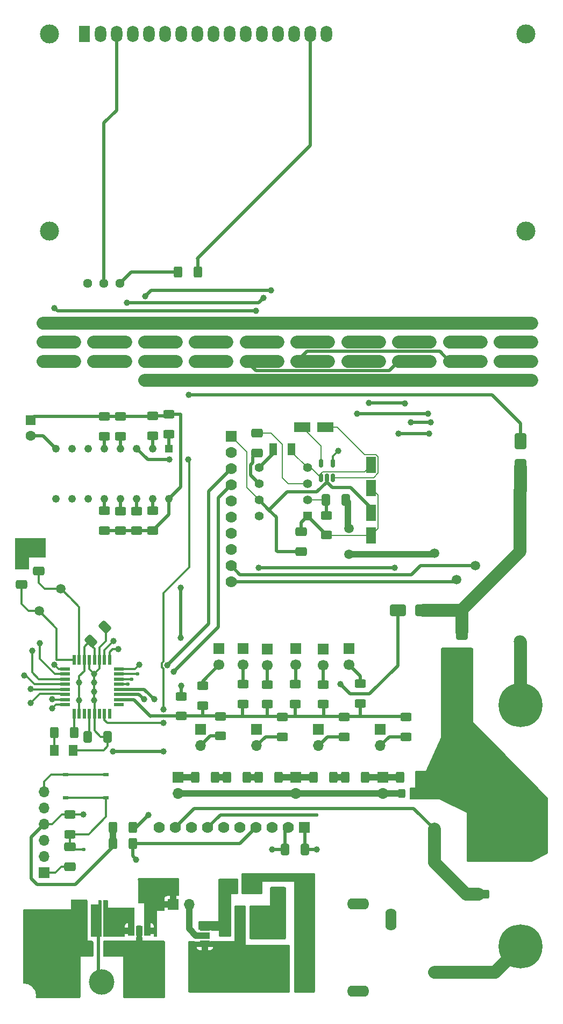
<source format=gbr>
%TF.GenerationSoftware,KiCad,Pcbnew,9.0.5*%
%TF.CreationDate,2025-10-28T12:45:37-04:00*%
%TF.ProjectId,oshe_dmm_project_v1,6f736865-5f64-46d6-9d5f-70726f6a6563,V1*%
%TF.SameCoordinates,Original*%
%TF.FileFunction,Copper,L1,Top*%
%TF.FilePolarity,Positive*%
%FSLAX46Y46*%
G04 Gerber Fmt 4.6, Leading zero omitted, Abs format (unit mm)*
G04 Created by KiCad (PCBNEW 9.0.5) date 2025-10-28 12:45:37*
%MOMM*%
%LPD*%
G01*
G04 APERTURE LIST*
G04 Aperture macros list*
%AMRoundRect*
0 Rectangle with rounded corners*
0 $1 Rounding radius*
0 $2 $3 $4 $5 $6 $7 $8 $9 X,Y pos of 4 corners*
0 Add a 4 corners polygon primitive as box body*
4,1,4,$2,$3,$4,$5,$6,$7,$8,$9,$2,$3,0*
0 Add four circle primitives for the rounded corners*
1,1,$1+$1,$2,$3*
1,1,$1+$1,$4,$5*
1,1,$1+$1,$6,$7*
1,1,$1+$1,$8,$9*
0 Add four rect primitives between the rounded corners*
20,1,$1+$1,$2,$3,$4,$5,0*
20,1,$1+$1,$4,$5,$6,$7,0*
20,1,$1+$1,$6,$7,$8,$9,0*
20,1,$1+$1,$8,$9,$2,$3,0*%
G04 Aperture macros list end*
%TA.AperFunction,NonConductor*%
%ADD10C,2.000000*%
%TD*%
%TA.AperFunction,Conductor*%
%ADD11C,2.000000*%
%TD*%
%TA.AperFunction,SMDPad,CuDef*%
%ADD12R,3.800000X2.000000*%
%TD*%
%TA.AperFunction,SMDPad,CuDef*%
%ADD13RoundRect,0.250000X0.625000X-0.400000X0.625000X0.400000X-0.625000X0.400000X-0.625000X-0.400000X0*%
%TD*%
%TA.AperFunction,ComponentPad*%
%ADD14C,1.440000*%
%TD*%
%TA.AperFunction,ComponentPad*%
%ADD15C,3.000000*%
%TD*%
%TA.AperFunction,ComponentPad*%
%ADD16R,1.800000X2.600000*%
%TD*%
%TA.AperFunction,ComponentPad*%
%ADD17O,1.800000X2.600000*%
%TD*%
%TA.AperFunction,SMDPad,CuDef*%
%ADD18RoundRect,0.250000X0.412500X0.650000X-0.412500X0.650000X-0.412500X-0.650000X0.412500X-0.650000X0*%
%TD*%
%TA.AperFunction,SMDPad,CuDef*%
%ADD19RoundRect,0.250000X0.325000X0.450000X-0.325000X0.450000X-0.325000X-0.450000X0.325000X-0.450000X0*%
%TD*%
%TA.AperFunction,SMDPad,CuDef*%
%ADD20RoundRect,0.250000X-0.412500X-0.650000X0.412500X-0.650000X0.412500X0.650000X-0.412500X0.650000X0*%
%TD*%
%TA.AperFunction,SMDPad,CuDef*%
%ADD21RoundRect,0.250000X-0.400000X-0.625000X0.400000X-0.625000X0.400000X0.625000X-0.400000X0.625000X0*%
%TD*%
%TA.AperFunction,SMDPad,CuDef*%
%ADD22RoundRect,0.250000X-0.625000X0.400000X-0.625000X-0.400000X0.625000X-0.400000X0.625000X0.400000X0*%
%TD*%
%TA.AperFunction,ComponentPad*%
%ADD23C,1.980000*%
%TD*%
%TA.AperFunction,SMDPad,CuDef*%
%ADD24RoundRect,0.150000X0.150000X-0.512500X0.150000X0.512500X-0.150000X0.512500X-0.150000X-0.512500X0*%
%TD*%
%TA.AperFunction,ComponentPad*%
%ADD25R,1.778000X1.778000*%
%TD*%
%TA.AperFunction,ComponentPad*%
%ADD26C,1.778000*%
%TD*%
%TA.AperFunction,ComponentPad*%
%ADD27O,3.500000X1.750000*%
%TD*%
%TA.AperFunction,ComponentPad*%
%ADD28O,1.750000X3.500000*%
%TD*%
%TA.AperFunction,SMDPad,CuDef*%
%ADD29R,0.550000X1.600000*%
%TD*%
%TA.AperFunction,SMDPad,CuDef*%
%ADD30R,1.600000X0.550000*%
%TD*%
%TA.AperFunction,ComponentPad*%
%ADD31C,4.000000*%
%TD*%
%TA.AperFunction,ComponentPad*%
%ADD32RoundRect,0.250000X-0.550000X0.550000X-0.550000X-0.550000X0.550000X-0.550000X0.550000X0.550000X0*%
%TD*%
%TA.AperFunction,ComponentPad*%
%ADD33C,1.600000*%
%TD*%
%TA.AperFunction,SMDPad,CuDef*%
%ADD34R,1.290000X1.910000*%
%TD*%
%TA.AperFunction,ComponentPad*%
%ADD35R,1.700000X1.700000*%
%TD*%
%TA.AperFunction,ComponentPad*%
%ADD36O,1.700000X1.700000*%
%TD*%
%TA.AperFunction,SMDPad,CuDef*%
%ADD37RoundRect,0.250000X-0.650000X1.000000X-0.650000X-1.000000X0.650000X-1.000000X0.650000X1.000000X0*%
%TD*%
%TA.AperFunction,SMDPad,CuDef*%
%ADD38RoundRect,0.250000X-0.650000X0.412500X-0.650000X-0.412500X0.650000X-0.412500X0.650000X0.412500X0*%
%TD*%
%TA.AperFunction,SMDPad,CuDef*%
%ADD39RoundRect,0.250000X1.000000X0.650000X-1.000000X0.650000X-1.000000X-0.650000X1.000000X-0.650000X0*%
%TD*%
%TA.AperFunction,ComponentPad*%
%ADD40R,1.397000X1.397000*%
%TD*%
%TA.AperFunction,ComponentPad*%
%ADD41C,1.397000*%
%TD*%
%TA.AperFunction,SMDPad,CuDef*%
%ADD42RoundRect,0.250000X0.167938X-0.751301X0.751301X-0.167938X-0.167938X0.751301X-0.751301X0.167938X0*%
%TD*%
%TA.AperFunction,ComponentPad*%
%ADD43C,6.918200*%
%TD*%
%TA.AperFunction,SMDPad,CuDef*%
%ADD44RoundRect,0.250000X-1.050000X-0.550000X1.050000X-0.550000X1.050000X0.550000X-1.050000X0.550000X0*%
%TD*%
%TA.AperFunction,ComponentPad*%
%ADD45C,1.700000*%
%TD*%
%TA.AperFunction,SMDPad,CuDef*%
%ADD46RoundRect,0.250000X0.400000X0.625000X-0.400000X0.625000X-0.400000X-0.625000X0.400000X-0.625000X0*%
%TD*%
%TA.AperFunction,SMDPad,CuDef*%
%ADD47RoundRect,0.250000X0.550000X-1.050000X0.550000X1.050000X-0.550000X1.050000X-0.550000X-1.050000X0*%
%TD*%
%TA.AperFunction,SMDPad,CuDef*%
%ADD48RoundRect,0.250000X0.650000X-0.412500X0.650000X0.412500X-0.650000X0.412500X-0.650000X-0.412500X0*%
%TD*%
%TA.AperFunction,ComponentPad*%
%ADD49C,1.500000*%
%TD*%
%TA.AperFunction,SMDPad,CuDef*%
%ADD50RoundRect,0.250000X0.650000X-1.000000X0.650000X1.000000X-0.650000X1.000000X-0.650000X-1.000000X0*%
%TD*%
%TA.AperFunction,SMDPad,CuDef*%
%ADD51R,1.500000X1.000000*%
%TD*%
%TA.AperFunction,SMDPad,CuDef*%
%ADD52RoundRect,0.375000X-0.375000X0.625000X-0.375000X-0.625000X0.375000X-0.625000X0.375000X0.625000X0*%
%TD*%
%TA.AperFunction,SMDPad,CuDef*%
%ADD53RoundRect,0.500000X-1.400000X0.500000X-1.400000X-0.500000X1.400000X-0.500000X1.400000X0.500000X0*%
%TD*%
%TA.AperFunction,SMDPad,CuDef*%
%ADD54RoundRect,0.249999X1.425001X-0.450001X1.425001X0.450001X-1.425001X0.450001X-1.425001X-0.450001X0*%
%TD*%
%TA.AperFunction,SMDPad,CuDef*%
%ADD55R,2.000000X3.800000*%
%TD*%
%TA.AperFunction,SMDPad,CuDef*%
%ADD56RoundRect,0.250000X1.050000X0.550000X-1.050000X0.550000X-1.050000X-0.550000X1.050000X-0.550000X0*%
%TD*%
%TA.AperFunction,SMDPad,CuDef*%
%ADD57RoundRect,0.250001X0.462499X0.624999X-0.462499X0.624999X-0.462499X-0.624999X0.462499X-0.624999X0*%
%TD*%
%TA.AperFunction,SMDPad,CuDef*%
%ADD58R,1.000000X1.500000*%
%TD*%
%TA.AperFunction,ComponentPad*%
%ADD59R,1.210000X1.210000*%
%TD*%
%TA.AperFunction,ComponentPad*%
%ADD60C,1.210000*%
%TD*%
%TA.AperFunction,SMDPad,CuDef*%
%ADD61R,0.952500X0.558800*%
%TD*%
%TA.AperFunction,ViaPad*%
%ADD62C,1.000000*%
%TD*%
%TA.AperFunction,ViaPad*%
%ADD63C,0.600000*%
%TD*%
%TA.AperFunction,ViaPad*%
%ADD64C,1.500000*%
%TD*%
%TA.AperFunction,Conductor*%
%ADD65C,0.200000*%
%TD*%
%TA.AperFunction,Conductor*%
%ADD66C,0.300000*%
%TD*%
%TA.AperFunction,Conductor*%
%ADD67C,0.500000*%
%TD*%
%TA.AperFunction,Conductor*%
%ADD68C,1.000000*%
%TD*%
G04 APERTURE END LIST*
D10*
X133990000Y-125598000D02*
X138990000Y-125598000D01*
D11*
%TO.N,20V_Rang*%
X189990000Y-125598000D02*
X194990000Y-125598000D01*
%TO.N,Net-(J20-Pin_2)*%
X173990000Y-122598000D02*
X178990000Y-122598000D01*
%TO.N,Net-(J5-Pin_2)*%
X133990000Y-122598000D02*
X138990000Y-122598000D01*
D10*
X149990000Y-125598000D02*
X154990000Y-125598000D01*
D11*
%TO.N,2V_Rang*%
X197990000Y-125598000D02*
X202990000Y-125598000D01*
%TO.N,Net-(J21-Pin_2)*%
X141990000Y-122598000D02*
X146990000Y-122598000D01*
D10*
X141990000Y-125598000D02*
X146990000Y-125598000D01*
D11*
%TO.N,Net-(J12-Pin_2)*%
X181990000Y-122598000D02*
X186990000Y-122598000D01*
D10*
X125990000Y-125598000D02*
X130990000Y-125598000D01*
D11*
%TO.N,Net-(J14-Pin_2)*%
X125990000Y-122598000D02*
X130990000Y-122598000D01*
%TO.N,+5V*%
X202990000Y-119598000D02*
X125990000Y-119598000D01*
%TO.N,Net-(J18-Pin_2)*%
X157990000Y-122598000D02*
X162990000Y-122598000D01*
%TO.N,V_ADC_Input*%
X202990000Y-128598000D02*
X141990000Y-128598000D01*
%TO.N,Net-(J13-Pin_2)*%
X149990000Y-122598000D02*
X154990000Y-122598000D01*
%TO.N,200V_Rang*%
X157990000Y-125598000D02*
X162990000Y-125598000D01*
X181990000Y-125598000D02*
X186990000Y-125598000D01*
%TO.N,Net-(J16-Pin_2)*%
X165990000Y-122598000D02*
X170990000Y-122598000D01*
%TO.N,20V_Rang*%
X165990000Y-125598000D02*
X170990000Y-125598000D01*
%TO.N,2V_Rang*%
X173990000Y-125598000D02*
X178990000Y-125598000D01*
%TO.N,Net-(J8-Pin_2)*%
X197990000Y-122598000D02*
X202990000Y-122598000D01*
%TO.N,Net-(J10-Pin_2)*%
X189990000Y-122598000D02*
X194990000Y-122598000D01*
%TD*%
D12*
%TO.P,BAT1,1,1*%
%TO.N,Net-(JP1-C)*%
X142798400Y-218321200D03*
%TD*%
D13*
%TO.P,R11,1*%
%TO.N,Net-(U1-~{RESET}{slash}PC6)*%
X130265000Y-199975500D03*
%TO.P,R11,2*%
%TO.N,+5V*%
X130265000Y-196875500D03*
%TD*%
D14*
%TO.P,RV1,1,1*%
%TO.N,+5V*%
X138130000Y-113378000D03*
%TO.P,RV1,2,2*%
%TO.N,Net-(DS1-VO)*%
X135590000Y-113378000D03*
%TO.P,RV1,3,3*%
%TO.N,GND*%
X133050000Y-113378000D03*
%TD*%
D15*
%TO.P,DS1,*%
%TO.N,*%
X126990900Y-74174500D03*
X126990900Y-105175200D03*
X201989480Y-105175200D03*
X201990000Y-74174500D03*
D16*
%TO.P,DS1,1,VSS*%
%TO.N,GND*%
X132490000Y-74174500D03*
D17*
%TO.P,DS1,2,VDD*%
%TO.N,+5V*%
X135030000Y-74174500D03*
%TO.P,DS1,3,VO*%
%TO.N,Net-(DS1-VO)*%
X137570000Y-74174500D03*
%TO.P,DS1,4,RS*%
%TO.N,MISO{slash}D12*%
X140110000Y-74174500D03*
%TO.P,DS1,5,R/W*%
%TO.N,GND*%
X142650000Y-74174500D03*
%TO.P,DS1,6,E*%
%TO.N,MOSI{slash}D11*%
X145190000Y-74174500D03*
%TO.P,DS1,7,D0*%
%TO.N,unconnected-(DS1-D0-Pad7)*%
X147730000Y-74174500D03*
%TO.P,DS1,8,D1*%
%TO.N,unconnected-(DS1-D1-Pad8)*%
X150270000Y-74174500D03*
%TO.P,DS1,9,D2*%
%TO.N,unconnected-(DS1-D2-Pad9)*%
X152810000Y-74174500D03*
%TO.P,DS1,10,D3*%
%TO.N,unconnected-(DS1-D3-Pad10)*%
X155350000Y-74174500D03*
%TO.P,DS1,11,D4*%
%TO.N,D5*%
X157890000Y-74174500D03*
%TO.P,DS1,12,D5*%
%TO.N,D4*%
X160430000Y-74174500D03*
%TO.P,DS1,13,D6*%
%TO.N,D3*%
X162970000Y-74174500D03*
%TO.P,DS1,14,D7*%
%TO.N,D2*%
X165510000Y-74174500D03*
%TO.P,DS1,15,LED(+)*%
%TO.N,Net-(DS1-LED(+))*%
X168050000Y-74174500D03*
%TO.P,DS1,16,LED(-)*%
%TO.N,GND*%
X170590000Y-74174500D03*
%TD*%
D18*
%TO.P,C8,1*%
%TO.N,Net-(JP1-C)*%
X136232900Y-217940200D03*
%TO.P,C8,2*%
%TO.N,GND*%
X133107900Y-217940200D03*
%TD*%
D13*
%TO.P,R39,1*%
%TO.N,A3*%
X161270000Y-179488000D03*
%TO.P,R39,2*%
%TO.N,Net-(J21-Pin_2)*%
X161270000Y-176388000D03*
%TD*%
D19*
%TO.P,D2,1,A1*%
%TO.N,GND*%
X184506800Y-193530800D03*
%TO.P,D2,2,A2*%
%TO.N,V_ADC_Input*%
X182456800Y-193530800D03*
%TD*%
D20*
%TO.P,C7,1*%
%TO.N,GND*%
X164090000Y-202378000D03*
%TO.P,C7,2*%
%TO.N,+5V*%
X167215000Y-202378000D03*
%TD*%
D21*
%TO.P,R7,1*%
%TO.N,200V_Rang*%
X182244000Y-190990800D03*
%TO.P,R7,2*%
%TO.N,GND*%
X185344000Y-190990800D03*
%TD*%
D22*
%TO.P,R30,1*%
%TO.N,+5V*%
X145820000Y-133918000D03*
%TO.P,R30,2*%
%TO.N,Net-(U4-X4)*%
X145820000Y-137018000D03*
%TD*%
%TO.P,R26,1*%
%TO.N,Net-(U2-Vin)*%
X170650000Y-149808000D03*
%TO.P,R26,2*%
%TO.N,GND*%
X170650000Y-152908000D03*
%TD*%
D18*
%TO.P,C1,1*%
%TO.N,GND*%
X136137500Y-184634600D03*
%TO.P,C1,2*%
%TO.N,Net-(U1-AREF)*%
X133012500Y-184634600D03*
%TD*%
D23*
%TO.P,F2,1*%
%TO.N,Current_Input*%
X187590000Y-221628000D03*
%TO.P,F2,2*%
%TO.N,Net-(U3-AIN2)*%
X187590000Y-199128000D03*
%TD*%
D24*
%TO.P,U7,1,OUT*%
%TO.N,Net-(U2--Vs)*%
X169750000Y-143908000D03*
%TO.P,U7,2,IN*%
%TO.N,+5V*%
X170700000Y-143908000D03*
%TO.P,U7,3,C_{FLY-}*%
%TO.N,Net-(U7-C_{FLY-})*%
X171650000Y-143908000D03*
%TO.P,U7,4,GND*%
%TO.N,GND*%
X171650000Y-141633000D03*
%TO.P,U7,5,C_{FLY+}*%
%TO.N,Net-(U7-C_{FLY+})*%
X169750000Y-141633000D03*
%TD*%
D25*
%TO.P,U3,1,VDD*%
%TO.N,+5V*%
X167130000Y-198878000D03*
D26*
%TO.P,U3,2,GND*%
%TO.N,GND*%
X164590000Y-198878000D03*
%TO.P,U3,3,SCL*%
%TO.N,SCL*%
X162050000Y-198878000D03*
%TO.P,U3,4,SDA*%
%TO.N,SDA*%
X159510000Y-198878000D03*
%TO.P,U3,5,ADDR*%
%TO.N,GND*%
X156970000Y-198878000D03*
%TO.P,U3,6,ALERT/RDY*%
%TO.N,unconnected-(U3-ALERT{slash}RDY-Pad6)*%
X154430000Y-198878000D03*
%TO.P,U3,7,AIN0*%
%TO.N,V_ADC_Input*%
X151890000Y-198878000D03*
%TO.P,U3,8,AIN1*%
%TO.N,GND*%
X149350000Y-198878000D03*
%TO.P,U3,9,AIN2*%
%TO.N,Net-(U3-AIN2)*%
X146810000Y-198878000D03*
%TO.P,U3,10,AIN3*%
%TO.N,GND*%
X144270000Y-198878000D03*
%TD*%
D27*
%TO.P,J22,1*%
%TO.N,Net-(U8-AIN2)*%
X175590000Y-224578000D03*
%TO.P,J22,2*%
%TO.N,Net-(U8-AIN3)*%
X175590000Y-210878000D03*
D28*
%TO.P,J22,3*%
%TO.N,unconnected-(J22-Pad3)*%
X180790000Y-213378000D03*
%TD*%
D29*
%TO.P,U1,1,PD3*%
%TO.N,D3*%
X136486000Y-172510600D03*
%TO.P,U1,2,PD4*%
%TO.N,D4*%
X135686000Y-172510600D03*
%TO.P,U1,3,GND*%
%TO.N,GND*%
X134886000Y-172510600D03*
%TO.P,U1,4,VCC*%
%TO.N,+5V*%
X134086000Y-172510600D03*
%TO.P,U1,5,GND*%
%TO.N,GND*%
X133286000Y-172510600D03*
%TO.P,U1,6,VCC*%
%TO.N,+5V*%
X132486000Y-172510600D03*
%TO.P,U1,7,XTAL1/PB6*%
%TO.N,Net-(U1-XTAL1{slash}PB6)*%
X131686000Y-172510600D03*
%TO.P,U1,8,XTAL2/PB7*%
%TO.N,Net-(U1-XTAL2{slash}PB7)*%
X130886000Y-172510600D03*
D30*
%TO.P,U1,9,PD5*%
%TO.N,D5*%
X129436000Y-173960600D03*
%TO.P,U1,10,PD6*%
%TO.N,D6*%
X129436000Y-174760600D03*
%TO.P,U1,11,PD7*%
%TO.N,D7*%
X129436000Y-175560600D03*
%TO.P,U1,12,PB0*%
%TO.N,D8*%
X129436000Y-176360600D03*
%TO.P,U1,13,PB1*%
%TO.N,D9*%
X129436000Y-177160600D03*
%TO.P,U1,14,PB2*%
%TO.N,D10*%
X129436000Y-177960600D03*
%TO.P,U1,15,PB3*%
%TO.N,MOSI{slash}D11*%
X129436000Y-178760600D03*
%TO.P,U1,16,PB4*%
%TO.N,MISO{slash}D12*%
X129436000Y-179560600D03*
D29*
%TO.P,U1,17,PB5*%
%TO.N,SCK{slash}D13*%
X130886000Y-181010600D03*
%TO.P,U1,18,AVCC*%
%TO.N,+5V*%
X131686000Y-181010600D03*
%TO.P,U1,19,ADC6*%
%TO.N,A6*%
X132486000Y-181010600D03*
%TO.P,U1,20,AREF*%
%TO.N,Net-(U1-AREF)*%
X133286000Y-181010600D03*
%TO.P,U1,21,GND*%
%TO.N,GND*%
X134086000Y-181010600D03*
%TO.P,U1,22,ADC7*%
%TO.N,A7*%
X134886000Y-181010600D03*
%TO.P,U1,23,PC0*%
%TO.N,A0*%
X135686000Y-181010600D03*
%TO.P,U1,24,PC1*%
%TO.N,A1*%
X136486000Y-181010600D03*
D30*
%TO.P,U1,25,PC2*%
%TO.N,A2*%
X137936000Y-179560600D03*
%TO.P,U1,26,PC3*%
%TO.N,A3*%
X137936000Y-178760600D03*
%TO.P,U1,27,PC4*%
%TO.N,SDA*%
X137936000Y-177960600D03*
%TO.P,U1,28,PC5*%
%TO.N,SCL*%
X137936000Y-177160600D03*
%TO.P,U1,29,~{RESET}/PC6*%
%TO.N,Net-(U1-~{RESET}{slash}PC6)*%
X137936000Y-176360600D03*
%TO.P,U1,30,PD0*%
%TO.N,RXD*%
X137936000Y-175560600D03*
%TO.P,U1,31,PD1*%
%TO.N,TXD*%
X137936000Y-174760600D03*
%TO.P,U1,32,PD2*%
%TO.N,D2*%
X137936000Y-173960600D03*
%TD*%
D31*
%TO.P,BAT-1,1,1*%
%TO.N,GND*%
X128447400Y-222766200D03*
%TD*%
D32*
%TO.P,C9,1*%
%TO.N,+5V*%
X124030000Y-134838000D03*
D33*
%TO.P,C9,2*%
%TO.N,GND*%
X124030000Y-137338000D03*
%TD*%
D21*
%TO.P,R4,1*%
%TO.N,Net-(R3-Pad2)*%
X159942800Y-190990800D03*
%TO.P,R4,2*%
%TO.N,20V_Rang*%
X163042800Y-190990800D03*
%TD*%
D13*
%TO.P,R18,1*%
%TO.N,+5V*%
X143260000Y-152208000D03*
%TO.P,R18,2*%
%TO.N,Net-(U4-X2)*%
X143260000Y-149108000D03*
%TD*%
D20*
%TO.P,C12,1*%
%TO.N,Net-(D5-A)*%
X163308500Y-209482000D03*
%TO.P,C12,2*%
%TO.N,GND*%
X166433500Y-209482000D03*
%TD*%
D21*
%TO.P,R19,1*%
%TO.N,Net-(D5-A)*%
X163321000Y-212022000D03*
%TO.P,R19,2*%
%TO.N,GND*%
X166421000Y-212022000D03*
%TD*%
D34*
%TO.P,C15,1*%
%TO.N,Net-(U2--Vs)*%
X165150000Y-139408000D03*
%TO.P,C15,2*%
%TO.N,Net-(U2-Cav)*%
X162230000Y-139408000D03*
%TD*%
D31*
%TO.P,BAT+1,1,1*%
%TO.N,Net-(JP1-C)*%
X141909400Y-222766200D03*
%TD*%
D35*
%TO.P,J1,1,Pin_1*%
%TO.N,DTR*%
X126144000Y-205981000D03*
D36*
%TO.P,J1,2,Pin_2*%
%TO.N,TXD*%
X126144000Y-203441000D03*
%TO.P,J1,3,Pin_3*%
%TO.N,RXD*%
X126144000Y-200901000D03*
%TO.P,J1,4,Pin_4*%
%TO.N,+5V*%
X126144000Y-198361000D03*
%TO.P,J1,5,Pin_5*%
%TO.N,GND*%
X126144000Y-195821000D03*
%TO.P,J1,6,Pin_6*%
X126144000Y-193281000D03*
%TD*%
D37*
%TO.P,D1,1,A1*%
%TO.N,2V_Rang*%
X191922000Y-168112000D03*
%TO.P,D1,2,A2*%
%TO.N,GND*%
X191922000Y-172112000D03*
%TD*%
D13*
%TO.P,R16,1*%
%TO.N,+5V*%
X138190000Y-152248000D03*
%TO.P,R16,2*%
%TO.N,Net-(U4-X0)*%
X138190000Y-149148000D03*
%TD*%
D38*
%TO.P,C6,1*%
%TO.N,GND*%
X122646730Y-157586769D03*
%TO.P,C6,2*%
%TO.N,Net-(U1-XTAL2{slash}PB7)*%
X122646730Y-160711769D03*
%TD*%
D22*
%TO.P,R31,1*%
%TO.N,+5V*%
X135620000Y-134278000D03*
%TO.P,R31,2*%
%TO.N,Net-(U4-X5)*%
X135620000Y-137378000D03*
%TD*%
D35*
%TO.P,J6,1,Pin_1*%
%TO.N,9V_BAT_IN*%
X146451000Y-211006000D03*
D36*
%TO.P,J6,2,Pin_2*%
%TO.N,Net-(J6-Pin_2)*%
X148991000Y-211006000D03*
%TD*%
D35*
%TO.P,J10,1,Pin_1*%
%TO.N,+5V*%
X159634000Y-183467400D03*
D36*
%TO.P,J10,2,Pin_2*%
%TO.N,Net-(J10-Pin_2)*%
X159634000Y-186007400D03*
%TD*%
D39*
%TO.P,D7,1,A1*%
%TO.N,2V_Rang*%
X185830000Y-164758000D03*
%TO.P,D7,2,A2*%
%TO.N,D10*%
X181830000Y-164758000D03*
%TD*%
D22*
%TO.P,R22,1*%
%TO.N,A3*%
X153949000Y-181389000D03*
%TO.P,R22,2*%
%TO.N,Net-(J8-Pin_2)*%
X153949000Y-184489000D03*
%TD*%
D40*
%TO.P,U2,1,Cc*%
%TO.N,GND*%
X167650000Y-149948000D03*
D41*
%TO.P,U2,2,Vin*%
%TO.N,Net-(U2-Vin)*%
X167650000Y-147408000D03*
%TO.P,U2,3,Cf*%
%TO.N,Net-(U2-Cf)*%
X167650000Y-144868000D03*
%TO.P,U2,4,-Vs*%
%TO.N,Net-(U2--Vs)*%
X167650000Y-142328000D03*
%TO.P,U2,5,Cav*%
%TO.N,Net-(U2-Cav)*%
X160030000Y-142328000D03*
%TO.P,U2,6,OUTPUT*%
%TO.N,Net-(U2-OUTPUT)*%
X160030000Y-144868000D03*
%TO.P,U2,7,+Vs*%
%TO.N,+5V*%
X160030000Y-147408000D03*
%TO.P,U2,8,COM*%
%TO.N,GND*%
X160030000Y-149948000D03*
%TD*%
D35*
%TO.P,J13,1,Pin_1*%
%TO.N,+5V*%
X179105600Y-183447000D03*
D36*
%TO.P,J13,2,Pin_2*%
%TO.N,Net-(J13-Pin_2)*%
X179105600Y-185987000D03*
%TD*%
D23*
%TO.P,F1,1*%
%TO.N,Voltage_Input*%
X201116800Y-169678000D03*
%TO.P,F1,2*%
%TO.N,2V_Rang*%
X201116800Y-147178000D03*
%TD*%
D42*
%TO.P,C3,1*%
%TO.N,+5V*%
X133489346Y-169565854D03*
%TO.P,C3,2*%
%TO.N,GND*%
X135699054Y-167356146D03*
%TD*%
D22*
%TO.P,R23,1*%
%TO.N,A3*%
X163687800Y-181516000D03*
%TO.P,R23,2*%
%TO.N,Net-(J10-Pin_2)*%
X163687800Y-184616000D03*
%TD*%
D43*
%TO.P,J3,1,1*%
%TO.N,GND*%
X201193000Y-198610000D03*
%TD*%
D22*
%TO.P,R32,1*%
%TO.N,+5V*%
X143230000Y-134208000D03*
%TO.P,R32,2*%
%TO.N,Net-(U4-X6)*%
X143230000Y-137308000D03*
%TD*%
%TO.P,R25,1*%
%TO.N,A3*%
X183118800Y-181516000D03*
%TO.P,R25,2*%
%TO.N,Net-(J13-Pin_2)*%
X183118800Y-184616000D03*
%TD*%
D13*
%TO.P,R37,1*%
%TO.N,A3*%
X165740000Y-179478000D03*
%TO.P,R37,2*%
%TO.N,Net-(J18-Pin_2)*%
X165740000Y-176378000D03*
%TD*%
%TO.P,R38,1*%
%TO.N,A3*%
X175920000Y-179358000D03*
%TO.P,R38,2*%
%TO.N,Net-(J20-Pin_2)*%
X175920000Y-176258000D03*
%TD*%
D44*
%TO.P,C13,1*%
%TO.N,+5V*%
X163452000Y-223579000D03*
%TO.P,C13,2*%
%TO.N,GND*%
X167052000Y-223579000D03*
%TD*%
D21*
%TO.P,R3,1*%
%TO.N,Net-(R2-Pad2)*%
X154964400Y-190990800D03*
%TO.P,R3,2*%
%TO.N,Net-(R3-Pad2)*%
X158064400Y-190990800D03*
%TD*%
D22*
%TO.P,R33,1*%
%TO.N,+5V*%
X138210000Y-134258000D03*
%TO.P,R33,2*%
%TO.N,Net-(U4-X7)*%
X138210000Y-137358000D03*
%TD*%
D35*
%TO.P,J18,1,Pin_1*%
%TO.N,+5V*%
X165750000Y-170778000D03*
D45*
%TO.P,J18,2,Pin_2*%
%TO.N,Net-(J18-Pin_2)*%
X165750000Y-173318000D03*
%TD*%
D46*
%TO.P,R15,1*%
%TO.N,TS*%
X134315400Y-213495200D03*
%TO.P,R15,2*%
%TO.N,GND*%
X131215400Y-213495200D03*
%TD*%
D21*
%TO.P,R14,1*%
%TO.N,+5V*%
X147240000Y-111608000D03*
%TO.P,R14,2*%
%TO.N,Net-(DS1-LED(+))*%
X150340000Y-111608000D03*
%TD*%
D47*
%TO.P,C14,1*%
%TO.N,GND*%
X177650000Y-145508000D03*
%TO.P,C14,2*%
%TO.N,Net-(U2--Vs)*%
X177650000Y-141908000D03*
%TD*%
D48*
%TO.P,C2,1*%
%TO.N,+5V*%
X166650000Y-155533000D03*
%TO.P,C2,2*%
%TO.N,GND*%
X166650000Y-152408000D03*
%TD*%
D22*
%TO.P,R8,1*%
%TO.N,GND*%
X147720000Y-178278000D03*
%TO.P,R8,2*%
%TO.N,A3*%
X147720000Y-181378000D03*
%TD*%
D49*
%TO.P,Y1,1,1*%
%TO.N,Net-(U1-XTAL2{slash}PB7)*%
X125359319Y-164818681D03*
%TO.P,Y1,2,2*%
%TO.N,Net-(U1-XTAL1{slash}PB6)*%
X128810000Y-161368000D03*
%TD*%
D35*
%TO.P,J14,1,Pin_1*%
%TO.N,+5V*%
X153720000Y-170788000D03*
D45*
%TO.P,J14,2,Pin_2*%
%TO.N,Net-(J14-Pin_2)*%
X153720000Y-173328000D03*
%TD*%
D50*
%TO.P,D4,1,A1*%
%TO.N,2V_Rang*%
X201150000Y-142198000D03*
%TO.P,D4,2,A2*%
%TO.N,A0*%
X201150000Y-138198000D03*
%TD*%
D21*
%TO.P,R6,1*%
%TO.N,Net-(R5-Pad2)*%
X173608000Y-190990800D03*
%TO.P,R6,2*%
%TO.N,200V_Rang*%
X176708000Y-190990800D03*
%TD*%
%TO.P,R13,1*%
%TO.N,+5V*%
X136990000Y-201378000D03*
%TO.P,R13,2*%
%TO.N,SDA*%
X140090000Y-201378000D03*
%TD*%
D47*
%TO.P,C18,1*%
%TO.N,GND*%
X177650000Y-153008000D03*
%TO.P,C18,2*%
%TO.N,+5V*%
X177650000Y-149408000D03*
%TD*%
D35*
%TO.P,J7,1,Pin_1*%
%TO.N,2V_Rang*%
X147218000Y-190990800D03*
D36*
%TO.P,J7,2,Pin_2*%
%TO.N,V_ADC_Input*%
X147218000Y-193530800D03*
%TD*%
D25*
%TO.P,U8,1,VDD*%
%TO.N,+5V*%
X155590000Y-137438000D03*
D26*
%TO.P,U8,2,GND*%
%TO.N,GND*%
X155590000Y-139978000D03*
%TO.P,U8,3,SCL*%
%TO.N,SCL*%
X155590000Y-142518000D03*
%TO.P,U8,4,SDA*%
%TO.N,SDA*%
X155590000Y-145058000D03*
%TO.P,U8,5,ADDR*%
%TO.N,GND*%
X155590000Y-147598000D03*
%TO.P,U8,6,ALERT/RDY*%
%TO.N,unconnected-(U8-ALERT{slash}RDY-Pad6)*%
X155590000Y-150138000D03*
%TO.P,U8,7,AIN0*%
%TO.N,Net-(U2-OUTPUT)*%
X155590000Y-152678000D03*
%TO.P,U8,8,AIN1*%
%TO.N,unconnected-(U8-AIN1-Pad8)*%
X155590000Y-155218000D03*
%TO.P,U8,9,AIN2*%
%TO.N,Net-(U8-AIN2)*%
X155590000Y-157758000D03*
%TO.P,U8,10,AIN3*%
%TO.N,Net-(U8-AIN3)*%
X155590000Y-160298000D03*
%TD*%
D35*
%TO.P,J11,1,Pin_1*%
%TO.N,200V_Rang*%
X179476000Y-190990800D03*
D36*
%TO.P,J11,2,Pin_2*%
%TO.N,V_ADC_Input*%
X179476000Y-193530800D03*
%TD*%
D51*
%TO.P,JP2,1,A*%
%TO.N,+5V*%
X151485200Y-217182800D03*
%TO.P,JP2,2,C*%
%TO.N,Net-(J6-Pin_2)*%
X151485200Y-215882800D03*
%TO.P,JP2,3,B*%
%TO.N,Net-(JP2-B)*%
X151485200Y-214582800D03*
%TD*%
D38*
%TO.P,C4,1*%
%TO.N,Net-(U1-~{RESET}{slash}PC6)*%
X130265000Y-201943000D03*
%TO.P,C4,2*%
%TO.N,DTR*%
X130265000Y-205068000D03*
%TD*%
D52*
%TO.P,U5,1,ADJ*%
%TO.N,Net-(D5-A)*%
X159297000Y-214942600D03*
%TO.P,U5,2,VO*%
%TO.N,+5V*%
X156997000Y-214942600D03*
D53*
X156997000Y-221242600D03*
D52*
%TO.P,U5,3,VI*%
%TO.N,Net-(JP2-B)*%
X154697000Y-214942600D03*
%TD*%
D22*
%TO.P,R24,1*%
%TO.N,A3*%
X173416000Y-181516000D03*
%TO.P,R24,2*%
%TO.N,Net-(J12-Pin_2)*%
X173416000Y-184616000D03*
%TD*%
D54*
%TO.P,R1,1*%
%TO.N,Net-(U3-AIN2)*%
X194590000Y-209378000D03*
%TO.P,R1,2*%
%TO.N,GND*%
X194590000Y-203278000D03*
%TD*%
D35*
%TO.P,J12,1,Pin_1*%
%TO.N,+5V*%
X169365000Y-183447000D03*
D36*
%TO.P,J12,2,Pin_2*%
%TO.N,Net-(J12-Pin_2)*%
X169365000Y-185987000D03*
%TD*%
D13*
%TO.P,R36,1*%
%TO.N,A3*%
X170130000Y-179488000D03*
%TO.P,R36,2*%
%TO.N,Net-(J16-Pin_2)*%
X170130000Y-176388000D03*
%TD*%
D35*
%TO.P,J20,1,Pin_1*%
%TO.N,+5V*%
X174190000Y-170768000D03*
D45*
%TO.P,J20,2,Pin_2*%
%TO.N,Net-(J20-Pin_2)*%
X174190000Y-173308000D03*
%TD*%
D35*
%TO.P,J16,1,Pin_1*%
%TO.N,+5V*%
X170080000Y-170818000D03*
D45*
%TO.P,J16,2,Pin_2*%
%TO.N,Net-(J16-Pin_2)*%
X170080000Y-173358000D03*
%TD*%
D43*
%TO.P,J2,1,1*%
%TO.N,Voltage_Input*%
X201193000Y-179610000D03*
%TD*%
D13*
%TO.P,R21,1*%
%TO.N,+5V*%
X135620000Y-152198000D03*
%TO.P,R21,2*%
%TO.N,Net-(U4-X3)*%
X135620000Y-149098000D03*
%TD*%
D21*
%TO.P,R2,1*%
%TO.N,2V_Rang*%
X149986000Y-190990800D03*
%TO.P,R2,2*%
%TO.N,Net-(R2-Pad2)*%
X153086000Y-190990800D03*
%TD*%
D55*
%TO.P,GND1,1,1*%
%TO.N,GND*%
X124256400Y-218702200D03*
%TD*%
D56*
%TO.P,C11,1*%
%TO.N,Net-(U7-C_{FLY-})*%
X170410000Y-135988000D03*
%TO.P,C11,2*%
%TO.N,Net-(U7-C_{FLY+})*%
X166810000Y-135988000D03*
%TD*%
D43*
%TO.P,J4,1,1*%
%TO.N,Current_Input*%
X201193000Y-217610000D03*
%TD*%
D44*
%TO.P,C10,1*%
%TO.N,Net-(JP2-B)*%
X155197000Y-208085000D03*
%TO.P,C10,2*%
%TO.N,GND*%
X158797000Y-208085000D03*
%TD*%
D21*
%TO.P,R5,1*%
%TO.N,20V_Rang*%
X168578800Y-190990800D03*
%TO.P,R5,2*%
%TO.N,Net-(R5-Pad2)*%
X171678800Y-190990800D03*
%TD*%
D55*
%TO.P,5V1,1,1*%
%TO.N,+5V*%
X150647000Y-222156600D03*
%TD*%
D35*
%TO.P,J9,1,Pin_1*%
%TO.N,20V_Rang*%
X165810800Y-190985800D03*
D36*
%TO.P,J9,2,Pin_2*%
%TO.N,V_ADC_Input*%
X165810800Y-193525800D03*
%TD*%
D50*
%TO.P,D5,1,K*%
%TO.N,+5V*%
X162839000Y-219102000D03*
%TO.P,D5,2,A*%
%TO.N,Net-(D5-A)*%
X162839000Y-215102000D03*
%TD*%
D57*
%TO.P,D3,1,K*%
%TO.N,GND*%
X130773100Y-186723600D03*
%TO.P,D3,2,A*%
%TO.N,Net-(D3-A)*%
X127798100Y-186723600D03*
%TD*%
D58*
%TO.P,JP1,1,A*%
%TO.N,BMS_BAT_IN*%
X139847400Y-215146200D03*
%TO.P,JP1,2,C*%
%TO.N,Net-(JP1-C)*%
X141147400Y-215146200D03*
%TO.P,JP1,3,B*%
%TO.N,9V_BAT_IN*%
X142447400Y-215146200D03*
%TD*%
D21*
%TO.P,R10,1*%
%TO.N,Net-(D3-A)*%
X127786400Y-183980400D03*
%TO.P,R10,2*%
%TO.N,SCK{slash}D13*%
X130886400Y-183980400D03*
%TD*%
D20*
%TO.P,C17,1*%
%TO.N,Net-(U2-Vin)*%
X170525000Y-147408000D03*
%TO.P,C17,2*%
%TO.N,V_ADC_Input*%
X173650000Y-147408000D03*
%TD*%
D48*
%TO.P,C5,1*%
%TO.N,Net-(U1-XTAL1{slash}PB6)*%
X125313730Y-158552769D03*
%TO.P,C5,2*%
%TO.N,GND*%
X125313730Y-155427769D03*
%TD*%
D59*
%TO.P,U4,1,X4*%
%TO.N,Net-(U4-X4)*%
X145790000Y-139318000D03*
D60*
%TO.P,U4,2,X6*%
%TO.N,Net-(U4-X6)*%
X143250000Y-139318000D03*
%TO.P,U4,3,X*%
%TO.N,A0*%
X140710000Y-139318000D03*
%TO.P,U4,4,X7*%
%TO.N,Net-(U4-X7)*%
X138170000Y-139318000D03*
%TO.P,U4,5,X5*%
%TO.N,Net-(U4-X5)*%
X135630000Y-139318000D03*
%TO.P,U4,6,ENABLE*%
%TO.N,D9*%
X133090000Y-139318000D03*
%TO.P,U4,7,N.C.*%
%TO.N,unconnected-(U4-N.C.-Pad7)*%
X130550000Y-139318000D03*
%TO.P,U4,8,GND*%
%TO.N,GND*%
X128010000Y-139318000D03*
%TO.P,U4,9,C*%
%TO.N,D8*%
X128010000Y-147258000D03*
%TO.P,U4,10,B*%
%TO.N,D7*%
X130550000Y-147258000D03*
%TO.P,U4,11,A*%
%TO.N,D6*%
X133090000Y-147258000D03*
%TO.P,U4,12,X3*%
%TO.N,Net-(U4-X3)*%
X135630000Y-147258000D03*
%TO.P,U4,13,X0*%
%TO.N,Net-(U4-X0)*%
X138170000Y-147258000D03*
%TO.P,U4,14,X1*%
%TO.N,Net-(U4-X1)*%
X140710000Y-147258000D03*
%TO.P,U4,15,X2*%
%TO.N,Net-(U4-X2)*%
X143250000Y-147258000D03*
%TO.P,U4,16,VCC*%
%TO.N,+5V*%
X145790000Y-147258000D03*
%TD*%
D21*
%TO.P,R12,1*%
%TO.N,+5V*%
X136990000Y-198878000D03*
%TO.P,R12,2*%
%TO.N,SCL*%
X140090000Y-198878000D03*
%TD*%
D35*
%TO.P,J21,1,Pin_1*%
%TO.N,+5V*%
X161280000Y-170868000D03*
D45*
%TO.P,J21,2,Pin_2*%
%TO.N,Net-(J21-Pin_2)*%
X161280000Y-173408000D03*
%TD*%
D35*
%TO.P,J5,1,Pin_1*%
%TO.N,+5V*%
X157480000Y-170788000D03*
D45*
%TO.P,J5,2,Pin_2*%
%TO.N,Net-(J5-Pin_2)*%
X157480000Y-173328000D03*
%TD*%
D13*
%TO.P,R17,1*%
%TO.N,+5V*%
X140720000Y-152238000D03*
%TO.P,R17,2*%
%TO.N,Net-(U4-X1)*%
X140720000Y-149138000D03*
%TD*%
D21*
%TO.P,R20,1*%
%TO.N,+5V*%
X157098000Y-212276000D03*
%TO.P,R20,2*%
%TO.N,Net-(D5-A)*%
X160198000Y-212276000D03*
%TD*%
D13*
%TO.P,R34,1*%
%TO.N,A3*%
X157470000Y-179478000D03*
%TO.P,R34,2*%
%TO.N,Net-(J5-Pin_2)*%
X157470000Y-176378000D03*
%TD*%
D35*
%TO.P,J8,1,Pin_1*%
%TO.N,+5V*%
X150820000Y-183468000D03*
D36*
%TO.P,J8,2,Pin_2*%
%TO.N,Net-(J8-Pin_2)*%
X150820000Y-186008000D03*
%TD*%
D13*
%TO.P,R9,1*%
%TO.N,A3*%
X151160000Y-179718000D03*
%TO.P,R9,2*%
%TO.N,Net-(J14-Pin_2)*%
X151160000Y-176618000D03*
%TD*%
D31*
%TO.P,Thermistor1,1,1*%
%TO.N,TS*%
X135259400Y-223198000D03*
%TD*%
D61*
%TO.P,SW1,1,1*%
%TO.N,Net-(U1-~{RESET}{slash}PC6)*%
X135929350Y-194246200D03*
%TO.P,SW1,2,2*%
X129566650Y-194246200D03*
%TO.P,SW1,3,3*%
%TO.N,GND*%
X135929350Y-190537800D03*
%TO.P,SW1,4,4*%
X129566650Y-190537800D03*
%TD*%
D38*
%TO.P,C16,1*%
%TO.N,Net-(U2-Cf)*%
X159650000Y-136908000D03*
%TO.P,C16,2*%
%TO.N,Net-(U2-OUTPUT)*%
X159650000Y-140033000D03*
%TD*%
D62*
%TO.N,*%
X125990000Y-125578000D03*
X141990000Y-125598000D03*
X133990000Y-125598000D03*
X155020000Y-125608000D03*
%TO.N,GND*%
X126923400Y-217991000D03*
X128320400Y-217991000D03*
X166649000Y-207450000D03*
X134067000Y-178919600D03*
X172470000Y-139708000D03*
X167284000Y-216467000D03*
X129717400Y-217991000D03*
X124129400Y-214892200D03*
X167284000Y-213927000D03*
X126923400Y-219388000D03*
X147720000Y-176558000D03*
X129717400Y-219388000D03*
X167284000Y-220277000D03*
X167284000Y-215197000D03*
X122799130Y-154526469D03*
X167284000Y-217737000D03*
X124129400Y-213495200D03*
X134067000Y-176125600D03*
X134067000Y-177522600D03*
X167284000Y-219007000D03*
X128320400Y-219388000D03*
X162090000Y-202378000D03*
X167919000Y-207450000D03*
X134067000Y-174728600D03*
%TO.N,+5V*%
X158267000Y-218397400D03*
X154076000Y-223680600D03*
X125990000Y-119598000D03*
X132309850Y-196862400D03*
X156616000Y-223680600D03*
X180050000Y-119538000D03*
X159537000Y-218397400D03*
X202990000Y-119598000D03*
X155346000Y-223680600D03*
X159156000Y-223680600D03*
X131686000Y-178900400D03*
X155727000Y-218372000D03*
X131686000Y-176131800D03*
X154330000Y-218372000D03*
X169090000Y-202378000D03*
X157886000Y-223680600D03*
X138030000Y-119538000D03*
X156640000Y-119588000D03*
X156997000Y-218372000D03*
D63*
%TO.N,Net-(U1-~{RESET}{slash}PC6)*%
X132430000Y-202298000D03*
X139350000Y-176360600D03*
D62*
%TO.N,9V_BAT_IN*%
X141850000Y-209192000D03*
X143374000Y-209192000D03*
X141850000Y-207668000D03*
X143374000Y-207668000D03*
D63*
%TO.N,RXD*%
X139980000Y-175560600D03*
%TO.N,TXD*%
X140890000Y-174760600D03*
D62*
%TO.N,2V_Rang*%
X173990000Y-125598000D03*
X202990000Y-125598000D03*
X187030000Y-135178000D03*
X197990000Y-125598000D03*
X183890000Y-135168000D03*
%TO.N,D9*%
X124017600Y-177078000D03*
%TO.N,A0*%
X148890000Y-140998000D03*
X148940000Y-130888000D03*
X145890000Y-141038000D03*
X144930000Y-182468000D03*
X144930000Y-180328000D03*
%TO.N,SDA*%
X146590000Y-174378000D03*
X140630000Y-203918000D03*
X141884000Y-178748000D03*
%TO.N,D5*%
X127772113Y-173324807D03*
%TO.N,MISO{slash}D12*%
X127463000Y-180125100D03*
%TO.N,D2*%
X141179000Y-173267100D03*
%TO.N,D4*%
X137108800Y-169604000D03*
%TO.N,SCL*%
X143535000Y-178748000D03*
X145580000Y-173378000D03*
X142590000Y-196878000D03*
%TO.N,D8*%
X123067600Y-174988000D03*
%TO.N,D10*%
X136970000Y-186968000D03*
X144940000Y-186968000D03*
X124050000Y-179268000D03*
X172780000Y-176338000D03*
%TO.N,D7*%
X124266599Y-171107898D03*
%TO.N,MOSI{slash}D11*%
X127463000Y-178728100D03*
%TO.N,D6*%
X125498248Y-169876248D03*
%TO.N,D3*%
X137877000Y-170854100D03*
%TO.N,20V_Rang*%
X165990000Y-125608000D03*
X189990000Y-125598000D03*
%TO.N,200V_Rang*%
X186780000Y-137008000D03*
X157990000Y-125598000D03*
X181990000Y-136958000D03*
X181990000Y-125598000D03*
D64*
%TO.N,V_ADC_Input*%
X174160000Y-155908000D03*
D62*
X202990000Y-128598000D03*
D63*
X169090000Y-196878000D03*
D64*
X187610000Y-155798000D03*
X174180000Y-151918000D03*
D62*
%TO.N,Net-(J8-Pin_2)*%
X186580000Y-133808000D03*
X175412000Y-133830000D03*
X197990000Y-122598000D03*
%TO.N,Net-(J10-Pin_2)*%
X182940000Y-132208000D03*
X189990000Y-122598000D03*
X177340000Y-132188000D03*
%TO.N,Net-(J12-Pin_2)*%
X181990000Y-122598000D03*
%TO.N,Net-(J13-Pin_2)*%
X149990000Y-122598000D03*
X181400000Y-158098000D03*
X147660000Y-161178000D03*
X159920000Y-158028000D03*
X147650000Y-169098000D03*
%TO.N,Net-(J5-Pin_2)*%
X160670000Y-115618000D03*
X138990000Y-122598000D03*
X139160000Y-116368000D03*
%TO.N,Net-(J14-Pin_2)*%
X159490000Y-117708000D03*
X125990000Y-122578000D03*
X127750000Y-117208000D03*
%TO.N,Net-(J16-Pin_2)*%
X170990000Y-122598000D03*
%TO.N,Net-(J18-Pin_2)*%
X162990000Y-122598000D03*
%TO.N,Net-(J20-Pin_2)*%
X173990000Y-122598000D03*
%TO.N,Net-(J21-Pin_2)*%
X142060000Y-115398000D03*
X161910000Y-114448000D03*
X141990000Y-122598000D03*
D64*
%TO.N,Net-(U8-AIN3)*%
X191090000Y-159878000D03*
%TO.N,Net-(U8-AIN2)*%
X194090000Y-157688000D03*
%TD*%
D65*
%TO.N,GND*%
X184506800Y-193530800D02*
X184506800Y-193681600D01*
D66*
X136137500Y-186120100D02*
X136137500Y-184634600D01*
X134086000Y-181010600D02*
X134086000Y-178938600D01*
X134886000Y-172510600D02*
X134886000Y-173909600D01*
X133286000Y-172510600D02*
X133286000Y-173947600D01*
D65*
X135699054Y-167356146D02*
X135699054Y-167356054D01*
D66*
X135864200Y-169578600D02*
X135864200Y-167699092D01*
X171650000Y-141633000D02*
X171650000Y-140528000D01*
X127236200Y-190537800D02*
X126144000Y-191630000D01*
D67*
X166650000Y-150948000D02*
X167650000Y-149948000D01*
X124030000Y-137338000D02*
X126030000Y-137338000D01*
D65*
X128240000Y-139088000D02*
X128010000Y-139318000D01*
D66*
X135534000Y-186723600D02*
X136137500Y-186120100D01*
X134086000Y-183637600D02*
X134086000Y-181010600D01*
X135864200Y-167699092D02*
X135546654Y-167381546D01*
X133286000Y-173947600D02*
X134067000Y-174728600D01*
X135929350Y-190537800D02*
X129566650Y-190537800D01*
D67*
X126030000Y-137338000D02*
X128010000Y-139318000D01*
D65*
X167690000Y-149948000D02*
X167650000Y-149948000D01*
D66*
X171650000Y-140528000D02*
X172470000Y-139708000D01*
X134067000Y-174728600D02*
X134067000Y-178919600D01*
D65*
X177650000Y-145508000D02*
X178751000Y-146609000D01*
D66*
X126525000Y-195440000D02*
X126144000Y-195821000D01*
X134067000Y-178919600D02*
X134086000Y-178938600D01*
D67*
X162090000Y-202378000D02*
X164090000Y-202378000D01*
D66*
X130773100Y-186723600D02*
X135534000Y-186723600D01*
D65*
X177650000Y-153008000D02*
X170750000Y-153008000D01*
D67*
X166650000Y-152408000D02*
X166650000Y-150948000D01*
D66*
X135083000Y-184634600D02*
X134086000Y-183637600D01*
X134886000Y-172510600D02*
X134886000Y-170556800D01*
X129566650Y-190537800D02*
X127236200Y-190537800D01*
D67*
X164090000Y-199378000D02*
X164590000Y-198878000D01*
D65*
X147720000Y-176558000D02*
X147710000Y-176548000D01*
D67*
X147720000Y-178278000D02*
X147720000Y-176558000D01*
D65*
X178751000Y-146609000D02*
X178751000Y-151907000D01*
D66*
X134886000Y-170556800D02*
X135864200Y-169578600D01*
X134886000Y-173909600D02*
X134067000Y-174728600D01*
D67*
X164090000Y-202378000D02*
X164090000Y-199378000D01*
X170650000Y-152908000D02*
X167690000Y-149948000D01*
D66*
X136518500Y-184634600D02*
X135083000Y-184634600D01*
D65*
X178751000Y-151907000D02*
X177650000Y-153008000D01*
X171800000Y-141483000D02*
X171650000Y-141633000D01*
D66*
X126144000Y-191630000D02*
X126144000Y-193281000D01*
D65*
X170750000Y-153008000D02*
X170650000Y-152908000D01*
D66*
%TO.N,Net-(U1-AREF)*%
X133286000Y-181010600D02*
X133286000Y-184527100D01*
D65*
X133286000Y-184527100D02*
X133393500Y-184634600D01*
D67*
%TO.N,+5V*%
X125090000Y-207878000D02*
X124090000Y-206878000D01*
X145820000Y-133918000D02*
X147640000Y-133918000D01*
D66*
X133133700Y-169845300D02*
X134086000Y-170797600D01*
D67*
X145790000Y-149678000D02*
X145790000Y-147258000D01*
D65*
X138190000Y-134278000D02*
X138210000Y-134258000D01*
D66*
X130265000Y-196875500D02*
X128956650Y-196875500D01*
D67*
X177650000Y-149408000D02*
X177650000Y-148658000D01*
X136990000Y-201928000D02*
X131040000Y-207878000D01*
X135620000Y-134278000D02*
X138190000Y-134278000D01*
X162750000Y-150128000D02*
X161590000Y-148968000D01*
X169090000Y-202378000D02*
X167215000Y-202378000D01*
D66*
X132486000Y-172510600D02*
X132486000Y-170493000D01*
D67*
X161590000Y-148968000D02*
X160030000Y-147408000D01*
D65*
X158099000Y-145477000D02*
X158099000Y-139857000D01*
X167215000Y-198963000D02*
X167130000Y-198878000D01*
X140710000Y-152248000D02*
X140720000Y-152238000D01*
D67*
X135620000Y-134278000D02*
X124590000Y-134278000D01*
D66*
X132486000Y-174303000D02*
X132486000Y-172510600D01*
X131686000Y-175103000D02*
X132486000Y-174303000D01*
X127471150Y-198361000D02*
X126144000Y-198361000D01*
X131686000Y-181010600D02*
X131686000Y-175103000D01*
D68*
X136990000Y-198878000D02*
X136990000Y-201378000D01*
D65*
X160030000Y-147408000D02*
X158099000Y-145477000D01*
D67*
X147240000Y-111608000D02*
X139900000Y-111608000D01*
X124090000Y-206878000D02*
X124090000Y-200415000D01*
X131040000Y-207878000D02*
X125090000Y-207878000D01*
X135620000Y-152198000D02*
X138140000Y-152198000D01*
X166650000Y-155533000D02*
X162875000Y-155533000D01*
X162750000Y-152908000D02*
X162750000Y-150128000D01*
D65*
X158099000Y-139857000D02*
X155650000Y-137408000D01*
D67*
X169122499Y-146148000D02*
X164410000Y-146148000D01*
X170700000Y-144570499D02*
X169122499Y-146148000D01*
X140720000Y-152238000D02*
X143230000Y-152238000D01*
D65*
X170700000Y-143908000D02*
X170700000Y-144570499D01*
D67*
X136990000Y-201378000D02*
X136990000Y-201928000D01*
X138190000Y-152248000D02*
X140710000Y-152248000D01*
X174400000Y-145408000D02*
X171537501Y-145408000D01*
D66*
X132486000Y-170493000D02*
X133133700Y-169845300D01*
X132296750Y-196875500D02*
X130265000Y-196875500D01*
D65*
X143180000Y-134258000D02*
X143230000Y-134208000D01*
D67*
X138210000Y-134258000D02*
X143180000Y-134258000D01*
X143230000Y-134208000D02*
X145530000Y-134208000D01*
D66*
X132309850Y-196862400D02*
X132296750Y-196875500D01*
D65*
X145530000Y-134208000D02*
X145820000Y-133918000D01*
D67*
X145790000Y-147258000D02*
X147670000Y-145378000D01*
D65*
X138140000Y-152198000D02*
X138190000Y-152248000D01*
D67*
X164410000Y-146148000D02*
X161590000Y-148968000D01*
X139900000Y-111608000D02*
X138130000Y-113378000D01*
X177650000Y-148658000D02*
X174400000Y-145408000D01*
D65*
X143230000Y-152238000D02*
X143260000Y-152208000D01*
D67*
X147670000Y-145378000D02*
X147670000Y-133888000D01*
D66*
X128956650Y-196875500D02*
X127471150Y-198361000D01*
X134086000Y-170797600D02*
X134086000Y-172510600D01*
D67*
X143260000Y-152208000D02*
X145790000Y-149678000D01*
X124090000Y-200415000D02*
X126144000Y-198361000D01*
X162750000Y-155408000D02*
X162750000Y-152908000D01*
D65*
X147640000Y-133918000D02*
X147670000Y-133888000D01*
D67*
X167215000Y-202378000D02*
X167215000Y-198963000D01*
X171537501Y-145408000D02*
X170700000Y-144570499D01*
D65*
X162875000Y-155533000D02*
X162750000Y-155408000D01*
X124590000Y-134278000D02*
X124030000Y-134838000D01*
D66*
%TO.N,Net-(U1-XTAL1{slash}PB6)*%
X131686000Y-171794000D02*
X131686000Y-169762000D01*
X131686000Y-164244000D02*
X130280000Y-162838000D01*
X126262461Y-161368000D02*
X128810000Y-161368000D01*
D65*
X131686000Y-172510600D02*
X131686000Y-171794000D01*
D66*
X126262461Y-161368000D02*
X125313730Y-160419269D01*
X125313730Y-160419269D02*
X125313730Y-158552769D01*
X130280000Y-162838000D02*
X128810000Y-161368000D01*
X131686000Y-169762000D02*
X131686000Y-164244000D01*
%TO.N,Net-(U1-XTAL2{slash}PB7)*%
X123744142Y-164818681D02*
X125359319Y-164818681D01*
X122646730Y-163721269D02*
X122646730Y-160711769D01*
X128140000Y-172510600D02*
X128140000Y-167599362D01*
X130886000Y-172510600D02*
X128140000Y-172510600D01*
X122646730Y-163721269D02*
X123744142Y-164818681D01*
X128140000Y-167599362D02*
X125359319Y-164818681D01*
%TO.N,DTR*%
X128829500Y-205068000D02*
X127916500Y-205981000D01*
X130265000Y-205068000D02*
X128829500Y-205068000D01*
X127916500Y-205981000D02*
X126144000Y-205981000D01*
%TO.N,Net-(U1-~{RESET}{slash}PC6)*%
X129566650Y-194246200D02*
X135929350Y-194246200D01*
X130265000Y-199975500D02*
X133165500Y-199975500D01*
X130620000Y-202298000D02*
X132430000Y-202298000D01*
X133165500Y-199975500D02*
X135929350Y-197211650D01*
X139350000Y-176360600D02*
X137936000Y-176360600D01*
X135929350Y-197211650D02*
X135929350Y-194246200D01*
X130265000Y-199975500D02*
X130265000Y-201943000D01*
X130265000Y-201943000D02*
X130620000Y-202298000D01*
D65*
%TO.N,Net-(JP2-B)*%
X154672000Y-214917600D02*
X154697000Y-214942600D01*
D68*
X154647000Y-214942600D02*
X154672000Y-214917600D01*
D65*
%TO.N,Net-(D3-A)*%
X127786400Y-186153100D02*
X127798100Y-186164800D01*
D66*
X127786400Y-183980400D02*
X127786400Y-186711900D01*
D65*
X127786400Y-186711900D02*
X127798100Y-186723600D01*
D66*
%TO.N,RXD*%
X139980000Y-175560600D02*
X137936000Y-175560600D01*
%TO.N,TXD*%
X140890000Y-174760600D02*
X137936000Y-174760600D01*
X126320000Y-203617000D02*
X126144000Y-203441000D01*
D11*
%TO.N,2V_Rang*%
X185830000Y-164758000D02*
X191840400Y-164758000D01*
X191922000Y-164676400D02*
X191922000Y-168112000D01*
D65*
X201016800Y-147078000D02*
X201116800Y-147178000D01*
D67*
X183900000Y-135178000D02*
X183890000Y-135168000D01*
D11*
X201150000Y-145948000D02*
X201150000Y-142198000D01*
X201116800Y-147178000D02*
X201116800Y-145981200D01*
D65*
X201026800Y-147088000D02*
X201116800Y-147178000D01*
D11*
X201116800Y-147178000D02*
X201116800Y-155481600D01*
D68*
X147218000Y-190990800D02*
X149986000Y-190990800D01*
D67*
X187030000Y-135178000D02*
X183900000Y-135178000D01*
D11*
X201116800Y-155481600D02*
X191922000Y-164676400D01*
X201116800Y-145981200D02*
X201150000Y-145948000D01*
D65*
X191840400Y-164758000D02*
X191922000Y-164676400D01*
D66*
%TO.N,SCK{slash}D13*%
X130886000Y-183980000D02*
X130886400Y-183980400D01*
X130886000Y-181010600D02*
X130886000Y-183980000D01*
X130886400Y-183980400D02*
X130886400Y-183574000D01*
D67*
%TO.N,TS*%
X134670400Y-215654200D02*
X134670400Y-222609000D01*
X134670400Y-222609000D02*
X135259400Y-223198000D01*
D66*
%TO.N,D9*%
X129436000Y-177160600D02*
X124100200Y-177160600D01*
X124100200Y-177160600D02*
X124017600Y-177078000D01*
D67*
%TO.N,A0*%
X196650000Y-130898000D02*
X201150000Y-135398000D01*
D65*
X148980000Y-141088000D02*
X148890000Y-140998000D01*
D66*
X135686000Y-181010600D02*
X135686000Y-182010600D01*
X144729000Y-173025504D02*
X144729000Y-173730496D01*
D67*
X145890000Y-141038000D02*
X145860000Y-141068000D01*
D66*
X136143400Y-182468000D02*
X144930000Y-182468000D01*
D67*
X150560000Y-130888000D02*
X150570000Y-130898000D01*
D66*
X148980000Y-157948000D02*
X148980000Y-141088000D01*
D67*
X142460000Y-141068000D02*
X140710000Y-139318000D01*
X145860000Y-141068000D02*
X142460000Y-141068000D01*
D66*
X135686000Y-182010600D02*
X136143400Y-182468000D01*
X144930000Y-173931496D02*
X144930000Y-180328000D01*
X148980000Y-157948000D02*
X144930000Y-161998000D01*
X144930000Y-172824504D02*
X144729000Y-173025504D01*
D67*
X150570000Y-130898000D02*
X196650000Y-130898000D01*
X201150000Y-135398000D02*
X201150000Y-138198000D01*
X148940000Y-130888000D02*
X150560000Y-130888000D01*
D66*
X144729000Y-173730496D02*
X144930000Y-173931496D01*
X148940000Y-130888000D02*
X148980000Y-130928000D01*
X144930000Y-161998000D02*
X144930000Y-172824504D01*
D67*
%TO.N,SDA*%
X153590000Y-147058000D02*
X155590000Y-145058000D01*
X141096600Y-177960600D02*
X137936000Y-177960600D01*
X140090000Y-203358000D02*
X140640000Y-203908000D01*
X153590000Y-167378000D02*
X153590000Y-147058000D01*
X140090000Y-201378000D02*
X140090000Y-203358000D01*
X159510000Y-198878000D02*
X157010000Y-201378000D01*
D65*
X140640000Y-203908000D02*
X140630000Y-203918000D01*
X155650000Y-145028000D02*
X155030000Y-145028000D01*
D67*
X141884000Y-178748000D02*
X141096600Y-177960600D01*
D65*
X156190000Y-144868000D02*
X156150000Y-144908000D01*
D67*
X153590000Y-167378000D02*
X146590000Y-174378000D01*
X157010000Y-201378000D02*
X140090000Y-201378000D01*
D66*
%TO.N,D5*%
X128407906Y-173960600D02*
X129436000Y-173960600D01*
X127772113Y-173324807D02*
X128407906Y-173960600D01*
%TO.N,MISO{slash}D12*%
X127463000Y-180125100D02*
X128027500Y-179560600D01*
X128027500Y-179560600D02*
X129436000Y-179560600D01*
%TO.N,D2*%
X140485500Y-173960600D02*
X137936000Y-173960600D01*
X141179000Y-173267100D02*
X140485500Y-173960600D01*
%TO.N,D4*%
X137108800Y-169604000D02*
X135686000Y-171026800D01*
X135686000Y-171026800D02*
X135686000Y-172510600D01*
D67*
%TO.N,SCL*%
X152090000Y-166868000D02*
X145580000Y-173378000D01*
X152090000Y-166868000D02*
X152090000Y-146018000D01*
X137936000Y-177160600D02*
X141947600Y-177160600D01*
D65*
X142590000Y-196928000D02*
X142590000Y-196878000D01*
D67*
X152090000Y-146018000D02*
X155590000Y-142518000D01*
X140090000Y-198878000D02*
X140640000Y-198878000D01*
X141947600Y-177160600D02*
X143535000Y-178748000D01*
X140640000Y-198878000D02*
X142590000Y-196928000D01*
D66*
%TO.N,D8*%
X124645118Y-176360600D02*
X123272518Y-174988000D01*
X124645118Y-176360600D02*
X129436000Y-176360600D01*
D67*
X123272518Y-174988000D02*
X123067600Y-174988000D01*
%TO.N,D10*%
X174330000Y-177888000D02*
X177380000Y-177888000D01*
X177380000Y-177888000D02*
X181830000Y-173438000D01*
X172780000Y-176338000D02*
X174330000Y-177888000D01*
D66*
X125490000Y-177828000D02*
X124050000Y-179268000D01*
X129303400Y-177828000D02*
X125490000Y-177828000D01*
D67*
X181830000Y-173438000D02*
X181830000Y-164758000D01*
D65*
X129436000Y-177960600D02*
X129402500Y-177927100D01*
D67*
X136970000Y-186968000D02*
X144940000Y-186968000D01*
D66*
X129402500Y-177927100D02*
X129303400Y-177828000D01*
%TO.N,D7*%
X129436000Y-175560600D02*
X125332600Y-175560600D01*
X124266599Y-174481401D02*
X124266599Y-171107898D01*
X124260000Y-174488000D02*
X124266599Y-174481401D01*
X125332600Y-175560600D02*
X124260000Y-174488000D01*
%TO.N,MOSI{slash}D11*%
X127463000Y-178728100D02*
X127495500Y-178760600D01*
X127495500Y-178760600D02*
X129436000Y-178760600D01*
D67*
%TO.N,A3*%
X175920000Y-179358000D02*
X175920000Y-181339000D01*
X165760000Y-181389000D02*
X166160000Y-181389000D01*
X163662400Y-181389000D02*
X161280000Y-181389000D01*
D65*
X142899400Y-181389000D02*
X142910400Y-181378000D01*
D67*
X142878400Y-181368000D02*
X140271000Y-178760600D01*
X159370000Y-181389000D02*
X157350000Y-181389000D01*
D65*
X170150000Y-181379000D02*
X170140000Y-181389000D01*
D67*
X157010000Y-181389000D02*
X156340000Y-181389000D01*
D65*
X175920000Y-181339000D02*
X175970000Y-181389000D01*
D67*
X163662400Y-181389000D02*
X165760000Y-181389000D01*
X151130000Y-179788000D02*
X151130000Y-181378000D01*
X142899400Y-181389000D02*
X142878400Y-181368000D01*
X170150000Y-179418000D02*
X170150000Y-181379000D01*
X161280000Y-181389000D02*
X159370000Y-181389000D01*
X161280000Y-179508000D02*
X161280000Y-181389000D01*
X157350000Y-181389000D02*
X157010000Y-181389000D01*
X147720000Y-181378000D02*
X151130000Y-181378000D01*
X169690000Y-181389000D02*
X170140000Y-181389000D01*
X175970000Y-181389000D02*
X182991800Y-181389000D01*
X156340000Y-181389000D02*
X154112000Y-181389000D01*
X182991800Y-181389000D02*
X183118800Y-181516000D01*
X140271000Y-178760600D02*
X137936000Y-178760600D01*
X142910400Y-181378000D02*
X147720000Y-181378000D01*
X151130000Y-181378000D02*
X153938000Y-181378000D01*
X170140000Y-181389000D02*
X175970000Y-181389000D01*
X166160000Y-181389000D02*
X169690000Y-181389000D01*
X165730000Y-179458000D02*
X165730000Y-181359000D01*
X157430000Y-181309000D02*
X157430000Y-179398000D01*
D65*
X153938000Y-181378000D02*
X153949000Y-181389000D01*
D66*
%TO.N,D6*%
X129436000Y-174760600D02*
X127862988Y-174760600D01*
X127862988Y-174760600D02*
X125498248Y-172395860D01*
X125498248Y-172395860D02*
X125498248Y-169876248D01*
%TO.N,D3*%
X136486000Y-172510600D02*
X136486000Y-171319000D01*
X136950900Y-170854100D02*
X137877000Y-170854100D01*
X136486000Y-171319000D02*
X136950900Y-170854100D01*
D67*
%TO.N,Net-(U3-AIN2)*%
X149810000Y-195878000D02*
X184340000Y-195878000D01*
X184340000Y-195878000D02*
X187590000Y-199128000D01*
X146810000Y-198878000D02*
X149810000Y-195878000D01*
D11*
X187590000Y-199128000D02*
X187590000Y-204378000D01*
X187590000Y-204378000D02*
X192590000Y-209378000D01*
X192590000Y-209378000D02*
X194590000Y-209378000D01*
D67*
%TO.N,Net-(DS1-VO)*%
X135590000Y-113378000D02*
X135590000Y-88154500D01*
X137570000Y-86174500D02*
X137570000Y-74174500D01*
X135590000Y-88154500D02*
X137570000Y-86174500D01*
%TO.N,Net-(DS1-LED(+))*%
X168050000Y-91698200D02*
X168050000Y-86174500D01*
D65*
X150340000Y-109428200D02*
X150330000Y-109418200D01*
D67*
X168050000Y-91698200D02*
X150330000Y-109418200D01*
X168050000Y-86174500D02*
X168050000Y-74174500D01*
X150340000Y-111608000D02*
X150340000Y-109428200D01*
D68*
%TO.N,Net-(J6-Pin_2)*%
X150062800Y-215882800D02*
X148991000Y-214811000D01*
X148991000Y-214811000D02*
X148991000Y-211006000D01*
X151485200Y-215882800D02*
X150062800Y-215882800D01*
D67*
%TO.N,20V_Rang*%
X189990000Y-125598000D02*
X188440000Y-124048000D01*
X167550000Y-124048000D02*
X165990000Y-125608000D01*
X188440000Y-124048000D02*
X167550000Y-124048000D01*
X168573800Y-190985800D02*
X168578800Y-190990800D01*
D68*
X165810800Y-190985800D02*
X168573800Y-190985800D01*
X165810800Y-190985800D02*
X163047800Y-190985800D01*
D67*
X163047800Y-190985800D02*
X163042800Y-190990800D01*
%TO.N,Net-(U4-X0)*%
X138190000Y-149148000D02*
X138190000Y-147278000D01*
D65*
X138190000Y-147278000D02*
X138170000Y-147258000D01*
D11*
%TO.N,Current_Input*%
X197175000Y-221628000D02*
X201193000Y-217610000D01*
X187590000Y-221628000D02*
X197175000Y-221628000D01*
D65*
%TO.N,Voltage_Input*%
X201193000Y-169754200D02*
X201116800Y-169678000D01*
D11*
X201193000Y-179610000D02*
X201193000Y-169754200D01*
D67*
%TO.N,200V_Rang*%
X186780000Y-137008000D02*
X186730000Y-136958000D01*
X186730000Y-136958000D02*
X181990000Y-136958000D01*
D68*
X179476000Y-190990800D02*
X176708000Y-190990800D01*
D67*
X181990000Y-125598000D02*
X180480000Y-127108000D01*
X180480000Y-127108000D02*
X159500000Y-127108000D01*
X159500000Y-127108000D02*
X157990000Y-125598000D01*
D68*
X179476000Y-190990800D02*
X182244000Y-190990800D01*
%TO.N,V_ADC_Input*%
X173990000Y-151728000D02*
X174180000Y-151918000D01*
X173990000Y-147748000D02*
X173990000Y-151728000D01*
D67*
X151890000Y-198878000D02*
X153890000Y-196878000D01*
D68*
X179476000Y-193530800D02*
X147218000Y-193530800D01*
D65*
X187500000Y-155908000D02*
X187610000Y-155798000D01*
D68*
X173650000Y-147408000D02*
X173990000Y-147748000D01*
X174160000Y-155908000D02*
X187500000Y-155908000D01*
D67*
X153890000Y-196878000D02*
X169090000Y-196878000D01*
D65*
X164862200Y-193525800D02*
X165810800Y-193525800D01*
D68*
X179476000Y-193530800D02*
X182456800Y-193530800D01*
D65*
%TO.N,Net-(J8-Pin_2)*%
X186560000Y-133828000D02*
X186580000Y-133808000D01*
D67*
X153949000Y-184489000D02*
X152339000Y-184489000D01*
X152339000Y-184489000D02*
X150820000Y-186008000D01*
X175410000Y-133828000D02*
X186560000Y-133828000D01*
%TO.N,Net-(J10-Pin_2)*%
X177340000Y-132188000D02*
X182920000Y-132188000D01*
X159634000Y-186007400D02*
X161025400Y-184616000D01*
X161025400Y-184616000D02*
X163687800Y-184616000D01*
D65*
X182920000Y-132188000D02*
X182940000Y-132208000D01*
D67*
%TO.N,Net-(J12-Pin_2)*%
X169443000Y-185987000D02*
X170814000Y-184616000D01*
X170814000Y-184616000D02*
X173416000Y-184616000D01*
X169365000Y-185987000D02*
X169443000Y-185987000D01*
%TO.N,Net-(J13-Pin_2)*%
X181400000Y-158098000D02*
X181130000Y-158098000D01*
X180476600Y-184616000D02*
X183118800Y-184616000D01*
X159920000Y-158028000D02*
X181330000Y-158028000D01*
D65*
X147650000Y-161188000D02*
X147660000Y-161178000D01*
D67*
X179105600Y-185987000D02*
X180476600Y-184616000D01*
D65*
X181330000Y-158028000D02*
X181400000Y-158098000D01*
D67*
X147650000Y-169098000D02*
X147650000Y-161188000D01*
D68*
%TO.N,Net-(R2-Pad2)*%
X154964400Y-190990800D02*
X153086000Y-190990800D01*
%TO.N,Net-(R3-Pad2)*%
X159942800Y-190990800D02*
X158064400Y-190990800D01*
%TO.N,Net-(R5-Pad2)*%
X173608000Y-190990800D02*
X171678800Y-190990800D01*
D65*
%TO.N,Net-(U4-X1)*%
X140720000Y-147268000D02*
X140710000Y-147258000D01*
D67*
X140720000Y-149138000D02*
X140720000Y-147268000D01*
D65*
%TO.N,Net-(U4-X2)*%
X143260000Y-147268000D02*
X143250000Y-147258000D01*
D67*
X143260000Y-149108000D02*
X143260000Y-147268000D01*
D65*
%TO.N,Net-(U4-X3)*%
X135620000Y-147268000D02*
X135630000Y-147258000D01*
D67*
X135620000Y-149098000D02*
X135620000Y-147268000D01*
D65*
%TO.N,Net-(U4-X4)*%
X145820000Y-139288000D02*
X145790000Y-139318000D01*
D67*
X145820000Y-137018000D02*
X145820000Y-139288000D01*
%TO.N,Net-(U4-X5)*%
X135620000Y-137378000D02*
X135620000Y-139308000D01*
D65*
X135620000Y-139308000D02*
X135630000Y-139318000D01*
D67*
%TO.N,Net-(U4-X6)*%
X143230000Y-137308000D02*
X143230000Y-139298000D01*
D65*
X143230000Y-139298000D02*
X143250000Y-139318000D01*
%TO.N,Net-(U4-X7)*%
X138210000Y-139278000D02*
X138170000Y-139318000D01*
D67*
X138210000Y-137358000D02*
X138210000Y-139278000D01*
%TO.N,Net-(J5-Pin_2)*%
X157480000Y-173328000D02*
X157480000Y-176368000D01*
X160670000Y-115618000D02*
X159920000Y-116368000D01*
X159920000Y-116368000D02*
X139160000Y-116368000D01*
D65*
X157900000Y-176388000D02*
X157920000Y-176408000D01*
X157480000Y-176368000D02*
X157470000Y-176378000D01*
X157700000Y-176188000D02*
X157920000Y-176408000D01*
D67*
%TO.N,Net-(J14-Pin_2)*%
X151160000Y-175888000D02*
X151160000Y-176618000D01*
X153720000Y-173328000D02*
X151160000Y-175888000D01*
X128250000Y-117708000D02*
X127750000Y-117208000D01*
X159490000Y-117708000D02*
X128250000Y-117708000D01*
D65*
%TO.N,Net-(U7-C_{FLY+})*%
X168930000Y-138108000D02*
X166810000Y-135988000D01*
X168950000Y-138108000D02*
X168930000Y-138108000D01*
X169750000Y-141633000D02*
X169750000Y-138908000D01*
X169750000Y-138908000D02*
X168950000Y-138108000D01*
D67*
%TO.N,Net-(J16-Pin_2)*%
X170080000Y-173358000D02*
X170080000Y-176058000D01*
D65*
X170720000Y-175798000D02*
X170130000Y-176388000D01*
%TO.N,Net-(U7-C_{FLY-})*%
X176629000Y-140307000D02*
X172310000Y-135988000D01*
X178751000Y-140622840D02*
X178435160Y-140307000D01*
X171650000Y-143908000D02*
X178036160Y-143908000D01*
X178751000Y-143193160D02*
X178751000Y-140622840D01*
X172310000Y-135988000D02*
X170410000Y-135988000D01*
X178435160Y-140307000D02*
X176629000Y-140307000D01*
X178036160Y-143908000D02*
X178751000Y-143193160D01*
D67*
%TO.N,Net-(J18-Pin_2)*%
X165750000Y-173318000D02*
X165750000Y-176088000D01*
D65*
X166080000Y-176038000D02*
X165740000Y-176378000D01*
X166060000Y-176058000D02*
X165740000Y-176378000D01*
%TO.N,Net-(U2--Vs)*%
X169750000Y-143908000D02*
X168170000Y-142328000D01*
X177650000Y-141908000D02*
X176613500Y-142944500D01*
X170051001Y-142944500D02*
X169750000Y-143245501D01*
X167730000Y-142408000D02*
X167650000Y-142328000D01*
X168170000Y-142328000D02*
X167650000Y-142328000D01*
X169750000Y-143245501D02*
X169750000Y-143908000D01*
X165150000Y-139828000D02*
X167650000Y-142328000D01*
X176613500Y-142944500D02*
X170051001Y-142944500D01*
X165150000Y-139408000D02*
X165150000Y-139828000D01*
D67*
%TO.N,Net-(J20-Pin_2)*%
X174190000Y-173308000D02*
X175920000Y-175038000D01*
X175920000Y-175038000D02*
X175920000Y-176258000D01*
X173990000Y-122598000D02*
X173940000Y-122648000D01*
%TO.N,Net-(J21-Pin_2)*%
X161280000Y-173408000D02*
X161280000Y-176378000D01*
X143010000Y-114448000D02*
X142060000Y-115398000D01*
D65*
X161280000Y-176378000D02*
X161270000Y-176388000D01*
D67*
X161910000Y-114448000D02*
X143010000Y-114448000D01*
%TO.N,Net-(U2-Cav)*%
X160030000Y-142328000D02*
X162230000Y-140128000D01*
D65*
X162230000Y-140128000D02*
X162230000Y-139408000D01*
%TO.N,Net-(U2-OUTPUT)*%
X159650000Y-140033000D02*
X159030500Y-140652500D01*
D67*
X159030500Y-141527500D02*
X158650000Y-141908000D01*
X159030500Y-140652500D02*
X159030500Y-141527500D01*
X158650000Y-141908000D02*
X158650000Y-143488000D01*
X158650000Y-143488000D02*
X160030000Y-144868000D01*
D65*
X159870000Y-145028000D02*
X160030000Y-144868000D01*
%TO.N,Net-(U2-Vin)*%
X170650000Y-147533000D02*
X170525000Y-147408000D01*
X167650000Y-147408000D02*
X170525000Y-147408000D01*
D67*
X170650000Y-149808000D02*
X170650000Y-147533000D01*
D65*
%TO.N,Net-(U2-Cf)*%
X159650000Y-136908000D02*
X161932000Y-136908000D01*
X161932000Y-136908000D02*
X163650000Y-138626000D01*
X164610000Y-144868000D02*
X167650000Y-144868000D01*
X163650000Y-138626000D02*
X163650000Y-143908000D01*
X163650000Y-143908000D02*
X164610000Y-144868000D01*
%TO.N,Net-(U8-AIN3)*%
X191090000Y-159878000D02*
X190670000Y-160298000D01*
D67*
X190670000Y-160298000D02*
X155590000Y-160298000D01*
%TO.N,Net-(U8-AIN2)*%
X183960000Y-159178000D02*
X157010000Y-159178000D01*
X185450000Y-157688000D02*
X183960000Y-159178000D01*
X194090000Y-157688000D02*
X185450000Y-157688000D01*
X157010000Y-159178000D02*
X155590000Y-157758000D01*
%TD*%
%TA.AperFunction,Conductor*%
%TO.N,GND*%
G36*
X132906743Y-210212907D02*
G01*
X132975984Y-210268126D01*
X133014411Y-210347918D01*
X133019400Y-210392200D01*
X133019400Y-216670200D01*
X133709400Y-216670200D01*
X133795743Y-216689907D01*
X133864984Y-216745126D01*
X133903411Y-216824918D01*
X133908400Y-216869200D01*
X133908400Y-219011200D01*
X133888693Y-219097543D01*
X133833474Y-219166784D01*
X133753682Y-219205211D01*
X133709400Y-219210200D01*
X131876400Y-219210200D01*
X131876400Y-225488200D01*
X131856693Y-225574543D01*
X131801474Y-225643784D01*
X131721682Y-225682211D01*
X131677400Y-225687200D01*
X125044536Y-225687200D01*
X124958193Y-225667493D01*
X124888952Y-225612274D01*
X124850525Y-225532482D01*
X124847239Y-225462224D01*
X124862499Y-225346311D01*
X124862500Y-225346309D01*
X124862500Y-225113690D01*
X124862499Y-225113688D01*
X124832137Y-224883070D01*
X124771932Y-224658382D01*
X124682915Y-224443475D01*
X124610137Y-224317420D01*
X124566611Y-224242030D01*
X124424999Y-224057477D01*
X124260522Y-223893000D01*
X124075969Y-223751388D01*
X123954439Y-223681223D01*
X123874525Y-223635085D01*
X123659618Y-223546068D01*
X123659616Y-223546067D01*
X123659615Y-223546067D01*
X123434932Y-223485863D01*
X123434924Y-223485862D01*
X123204311Y-223455500D01*
X123204307Y-223455500D01*
X123058400Y-223455500D01*
X122972057Y-223435793D01*
X122902816Y-223380574D01*
X122864389Y-223300782D01*
X122859400Y-223256500D01*
X122859400Y-211916200D01*
X122879107Y-211829857D01*
X122934326Y-211760616D01*
X123014118Y-211722189D01*
X123058400Y-211717200D01*
X130352400Y-211717200D01*
X130352400Y-210392200D01*
X130372107Y-210305857D01*
X130427326Y-210236616D01*
X130507118Y-210198189D01*
X130551400Y-210193200D01*
X132820400Y-210193200D01*
X132906743Y-210212907D01*
G37*
%TD.AperFunction*%
%TD*%
%TA.AperFunction,Conductor*%
%TO.N,GND*%
G36*
X193587343Y-170639707D02*
G01*
X193656584Y-170694926D01*
X193695011Y-170774718D01*
X193700000Y-170819000D01*
X193700000Y-182304000D01*
X203963893Y-192678257D01*
X205453465Y-194183846D01*
X205500182Y-194259086D01*
X205511000Y-194323806D01*
X205511000Y-202807167D01*
X205491293Y-202893510D01*
X205436074Y-202962751D01*
X205402752Y-202984269D01*
X202924862Y-204254009D01*
X202839033Y-204275846D01*
X202833730Y-204275907D01*
X193949714Y-204258949D01*
X193452428Y-204258000D01*
X193452426Y-204258000D01*
X193452400Y-204258000D01*
X192924884Y-204272542D01*
X192838030Y-204255222D01*
X192767294Y-204201933D01*
X192726683Y-204123229D01*
X192720400Y-204073618D01*
X192720400Y-196583000D01*
X188366000Y-194470600D01*
X183916800Y-194470600D01*
X183830457Y-194450893D01*
X183761216Y-194395674D01*
X183722789Y-194315882D01*
X183717800Y-194271600D01*
X183717800Y-192764600D01*
X183737507Y-192678257D01*
X183792726Y-192609016D01*
X183872518Y-192570589D01*
X183916800Y-192565600D01*
X184556000Y-192565600D01*
X184556000Y-190148400D01*
X184575707Y-190062057D01*
X184630926Y-189992816D01*
X184710718Y-189954389D01*
X184755000Y-189949400D01*
X186283200Y-189949400D01*
X188620000Y-184717000D01*
X188620000Y-170819000D01*
X188639707Y-170732657D01*
X188694926Y-170663416D01*
X188774718Y-170624989D01*
X188819000Y-170620000D01*
X193501000Y-170620000D01*
X193587343Y-170639707D01*
G37*
%TD.AperFunction*%
%TD*%
%TA.AperFunction,Conductor*%
%TO.N,Net-(JP2-B)*%
G36*
X156630343Y-206936307D02*
G01*
X156699584Y-206991526D01*
X156738011Y-207071318D01*
X156743000Y-207115600D01*
X156743000Y-209130600D01*
X156723293Y-209216943D01*
X156668074Y-209286184D01*
X156588282Y-209324611D01*
X156544000Y-209329600D01*
X155600000Y-209329600D01*
X155600000Y-215861600D01*
X155580293Y-215947943D01*
X155525074Y-216017184D01*
X155445282Y-216055611D01*
X155401000Y-216060600D01*
X153894000Y-216060600D01*
X153807657Y-216040893D01*
X153738416Y-215985674D01*
X153699989Y-215905882D01*
X153695000Y-215861600D01*
X153695000Y-215095400D01*
X152594151Y-215095400D01*
X152507808Y-215075693D01*
X152477181Y-215057394D01*
X152473539Y-215054748D01*
X152360507Y-214997155D01*
X152360504Y-214997154D01*
X152360502Y-214997153D01*
X152360500Y-214997153D01*
X152266719Y-214982300D01*
X151573893Y-214982300D01*
X151573891Y-214982300D01*
X150642800Y-214982300D01*
X150556457Y-214962593D01*
X150487216Y-214907374D01*
X150448789Y-214827582D01*
X150443800Y-214783300D01*
X150443800Y-213770400D01*
X150463507Y-213684057D01*
X150518726Y-213614816D01*
X150598518Y-213576389D01*
X150642800Y-213571400D01*
X153593400Y-213571400D01*
X153593400Y-207115600D01*
X153613107Y-207029257D01*
X153668326Y-206960016D01*
X153748118Y-206921589D01*
X153792400Y-206916600D01*
X156544000Y-206916600D01*
X156630343Y-206936307D01*
G37*
%TD.AperFunction*%
%TD*%
%TA.AperFunction,Conductor*%
%TO.N,Net-(JP1-C)*%
G36*
X141429243Y-214302307D02*
G01*
X141498484Y-214357526D01*
X141536911Y-214437318D01*
X141541900Y-214481600D01*
X141541900Y-215097190D01*
X141543150Y-215129019D01*
X141544489Y-215138697D01*
X141543426Y-215138844D01*
X141546900Y-215168189D01*
X141546900Y-215927718D01*
X141556223Y-215986579D01*
X141561753Y-216021500D01*
X141561754Y-216021503D01*
X141561754Y-216021505D01*
X141619350Y-216134542D01*
X141622509Y-216137701D01*
X141628044Y-216146509D01*
X141628556Y-216147214D01*
X141628508Y-216147248D01*
X141669630Y-216212688D01*
X141680800Y-216278420D01*
X141680800Y-216670200D01*
X145012400Y-216670200D01*
X145098743Y-216689907D01*
X145167984Y-216745126D01*
X145206411Y-216824918D01*
X145211400Y-216869200D01*
X145211400Y-225488200D01*
X145191693Y-225574543D01*
X145136474Y-225643784D01*
X145056682Y-225682211D01*
X145012400Y-225687200D01*
X138806400Y-225687200D01*
X138720057Y-225667493D01*
X138650816Y-225612274D01*
X138612389Y-225532482D01*
X138607400Y-225488200D01*
X138607400Y-219210200D01*
X135631400Y-219210200D01*
X135545057Y-219190493D01*
X135475816Y-219135274D01*
X135437389Y-219055482D01*
X135432400Y-219011200D01*
X135432400Y-216869200D01*
X135452107Y-216782857D01*
X135507326Y-216713616D01*
X135587118Y-216675189D01*
X135631400Y-216670200D01*
X140614000Y-216670200D01*
X140614000Y-216278420D01*
X140633707Y-216192077D01*
X140672291Y-216137701D01*
X140675450Y-216134542D01*
X140733046Y-216021504D01*
X140747900Y-215927719D01*
X140747899Y-215144432D01*
X140750350Y-215113295D01*
X140752900Y-215097200D01*
X140752900Y-214481600D01*
X140757889Y-214459741D01*
X140757889Y-214437318D01*
X140767617Y-214417116D01*
X140772607Y-214395257D01*
X140786588Y-214377725D01*
X140796316Y-214357526D01*
X140813846Y-214343546D01*
X140827826Y-214326016D01*
X140848025Y-214316288D01*
X140865557Y-214302307D01*
X140887416Y-214297317D01*
X140907618Y-214287589D01*
X140951900Y-214282600D01*
X141342900Y-214282600D01*
X141429243Y-214302307D01*
G37*
%TD.AperFunction*%
%TD*%
%TA.AperFunction,Conductor*%
%TO.N,GND*%
G36*
X168695343Y-206047307D02*
G01*
X168764584Y-206102526D01*
X168803011Y-206182318D01*
X168808000Y-206226600D01*
X168808000Y-224624600D01*
X168788293Y-224710943D01*
X168733074Y-224780184D01*
X168653282Y-224818611D01*
X168609000Y-224823600D01*
X165705000Y-224823600D01*
X165618657Y-224803893D01*
X165549416Y-224748674D01*
X165510989Y-224668882D01*
X165506000Y-224624600D01*
X165506000Y-207424600D01*
X160553000Y-207424600D01*
X160553000Y-209156000D01*
X160533293Y-209242343D01*
X160478074Y-209311584D01*
X160398282Y-209350011D01*
X160354000Y-209355000D01*
X157450000Y-209355000D01*
X157363657Y-209335293D01*
X157294416Y-209280074D01*
X157255989Y-209200282D01*
X157251000Y-209156000D01*
X157251000Y-206226600D01*
X157270707Y-206140257D01*
X157325926Y-206071016D01*
X157405718Y-206032589D01*
X157450000Y-206027600D01*
X168609000Y-206027600D01*
X168695343Y-206047307D01*
G37*
%TD.AperFunction*%
%TD*%
%TA.AperFunction,Conductor*%
%TO.N,GND*%
G36*
X126442378Y-153423221D02*
G01*
X126456730Y-153457869D01*
X126456730Y-156357069D01*
X126442378Y-156391717D01*
X126407730Y-156406069D01*
X123815130Y-156406069D01*
X123815130Y-158287469D01*
X123800778Y-158322117D01*
X123766130Y-158336469D01*
X121628930Y-158336469D01*
X121594282Y-158322117D01*
X121579930Y-158287469D01*
X121579930Y-153457869D01*
X121594282Y-153423221D01*
X121628930Y-153408869D01*
X126407730Y-153408869D01*
X126442378Y-153423221D01*
G37*
%TD.AperFunction*%
%TD*%
%TA.AperFunction,Conductor*%
%TO.N,9V_BAT_IN*%
G36*
X141390000Y-206831200D02*
G01*
X147321400Y-206831200D01*
X147356048Y-206845552D01*
X147370400Y-206880200D01*
X147370400Y-209607000D01*
X147356048Y-209641648D01*
X147321400Y-209656000D01*
X146951000Y-209656000D01*
X146951000Y-210940174D01*
X146916925Y-210813007D01*
X146851099Y-210698993D01*
X146758007Y-210605901D01*
X146643993Y-210540075D01*
X146516826Y-210506000D01*
X146385174Y-210506000D01*
X146258007Y-210540075D01*
X146143993Y-210605901D01*
X146050901Y-210698993D01*
X145985075Y-210813007D01*
X145951000Y-210940174D01*
X145951000Y-211071826D01*
X145985075Y-211198993D01*
X146050901Y-211313007D01*
X146143993Y-211406099D01*
X146258007Y-211471925D01*
X146385174Y-211506000D01*
X145101000Y-211506000D01*
X145101000Y-211903835D01*
X145102411Y-211916963D01*
X145091845Y-211952947D01*
X145058929Y-211970919D01*
X145053692Y-211971200D01*
X143944784Y-211971200D01*
X143941441Y-215986241D01*
X143927060Y-216020877D01*
X143892441Y-216035200D01*
X143492149Y-216035200D01*
X143457501Y-216020848D01*
X143443149Y-215986200D01*
X143443430Y-215980962D01*
X143447400Y-215944034D01*
X143447400Y-215646200D01*
X142496400Y-215646200D01*
X142461752Y-215631848D01*
X142447400Y-215597200D01*
X142447400Y-215146200D01*
X141996400Y-215146200D01*
X141961752Y-215131848D01*
X141947400Y-215097200D01*
X141947400Y-214646200D01*
X142947400Y-214646200D01*
X143447400Y-214646200D01*
X143447400Y-214348365D01*
X143440998Y-214288827D01*
X143440998Y-214288826D01*
X143390751Y-214154108D01*
X143304588Y-214039011D01*
X143189491Y-213952848D01*
X143054773Y-213902601D01*
X142995234Y-213896200D01*
X142947400Y-213896200D01*
X142947400Y-214646200D01*
X141947400Y-214646200D01*
X141947400Y-213900298D01*
X141928866Y-213886299D01*
X141927054Y-213883216D01*
X141923752Y-213881848D01*
X141917777Y-213867424D01*
X141909869Y-213853963D01*
X141910768Y-213850502D01*
X141909400Y-213847200D01*
X141909400Y-210828200D01*
X140998400Y-210828200D01*
X140963752Y-210813848D01*
X140949400Y-210779200D01*
X140949400Y-210108165D01*
X145101000Y-210108165D01*
X145101000Y-210506000D01*
X145951000Y-210506000D01*
X145951000Y-209656000D01*
X145553166Y-209656000D01*
X145493627Y-209662401D01*
X145493626Y-209662401D01*
X145358908Y-209712648D01*
X145243811Y-209798811D01*
X145157648Y-209913908D01*
X145107401Y-210048626D01*
X145107401Y-210048627D01*
X145101000Y-210108165D01*
X140949400Y-210108165D01*
X140949400Y-209937288D01*
X140936400Y-209905904D01*
X140936400Y-208564496D01*
X140938400Y-208559667D01*
X140938400Y-207130354D01*
X140934546Y-207121050D01*
X140934550Y-207120406D01*
X140937754Y-206876686D01*
X140952560Y-206842232D01*
X140987096Y-206828334D01*
X141390000Y-206831200D01*
G37*
%TD.AperFunction*%
%TD*%
%TA.AperFunction,Conductor*%
%TO.N,Net-(D5-A)*%
G36*
X164123343Y-208231707D02*
G01*
X164192584Y-208286926D01*
X164231011Y-208366718D01*
X164236000Y-208411000D01*
X164236000Y-216242600D01*
X164216293Y-216328943D01*
X164161074Y-216398184D01*
X164081282Y-216436611D01*
X164037000Y-216441600D01*
X158720000Y-216441600D01*
X158633657Y-216421893D01*
X158564416Y-216366674D01*
X158525989Y-216286882D01*
X158521000Y-216242600D01*
X158521000Y-211306600D01*
X158540707Y-211220257D01*
X158595926Y-211151016D01*
X158675718Y-211112589D01*
X158720000Y-211107600D01*
X161696000Y-211107600D01*
X161696000Y-208411000D01*
X161715707Y-208324657D01*
X161770926Y-208255416D01*
X161850718Y-208216989D01*
X161895000Y-208212000D01*
X164037000Y-208212000D01*
X164123343Y-208231707D01*
G37*
%TD.AperFunction*%
%TD*%
%TA.AperFunction,Conductor*%
%TO.N,TS*%
G36*
X135168048Y-210334552D02*
G01*
X135182400Y-210369200D01*
X135182400Y-215986200D01*
X135168048Y-216020848D01*
X135133400Y-216035200D01*
X133580361Y-216035200D01*
X133545713Y-216020848D01*
X133531361Y-215986239D01*
X133527439Y-211004239D01*
X133541764Y-210969579D01*
X133576400Y-210955200D01*
X134670400Y-210955200D01*
X134674093Y-210368890D01*
X134688663Y-210334334D01*
X134723092Y-210320200D01*
X135133400Y-210320200D01*
X135168048Y-210334552D01*
G37*
%TD.AperFunction*%
%TD*%
%TA.AperFunction,Conductor*%
%TO.N,BMS_BAT_IN*%
G36*
X136184048Y-210334552D02*
G01*
X136198400Y-210369200D01*
X136198400Y-211463200D01*
X140340400Y-211463200D01*
X140375048Y-211477552D01*
X140389400Y-211512200D01*
X140389400Y-213847200D01*
X140375048Y-213881848D01*
X140352349Y-213891250D01*
X140347400Y-213896200D01*
X140347400Y-215097200D01*
X140333048Y-215131848D01*
X140298400Y-215146200D01*
X139847400Y-215146200D01*
X139847400Y-215597200D01*
X139833048Y-215631848D01*
X139798400Y-215646200D01*
X138847400Y-215646200D01*
X138847400Y-215944034D01*
X138851370Y-215980962D01*
X138840804Y-216016946D01*
X138807889Y-216034919D01*
X138802651Y-216035200D01*
X135485400Y-216035200D01*
X135450752Y-216020848D01*
X135436400Y-215986200D01*
X135436400Y-214348365D01*
X138847400Y-214348365D01*
X138847400Y-214646200D01*
X139347400Y-214646200D01*
X139347400Y-213896200D01*
X139299566Y-213896200D01*
X139240027Y-213902601D01*
X139240026Y-213902601D01*
X139105308Y-213952848D01*
X138990211Y-214039011D01*
X138904048Y-214154108D01*
X138853801Y-214288826D01*
X138853801Y-214288827D01*
X138847400Y-214348365D01*
X135436400Y-214348365D01*
X135436400Y-210369200D01*
X135450752Y-210334552D01*
X135485400Y-210320200D01*
X136149400Y-210320200D01*
X136184048Y-210334552D01*
G37*
%TD.AperFunction*%
%TD*%
%TA.AperFunction,Conductor*%
%TO.N,+5V*%
G36*
X157773343Y-211127307D02*
G01*
X157842584Y-211182526D01*
X157881011Y-211262318D01*
X157886000Y-211306600D01*
X157886000Y-217330600D01*
X164672000Y-217330600D01*
X164758343Y-217350307D01*
X164827584Y-217405526D01*
X164866011Y-217485318D01*
X164871000Y-217529600D01*
X164871000Y-224624600D01*
X164851293Y-224710943D01*
X164796074Y-224780184D01*
X164716282Y-224818611D01*
X164672000Y-224823600D01*
X149068000Y-224823600D01*
X148981657Y-224803893D01*
X148912416Y-224748674D01*
X148873989Y-224668882D01*
X148869000Y-224624600D01*
X148869000Y-217730622D01*
X150235200Y-217730622D01*
X150241601Y-217790172D01*
X150241603Y-217790181D01*
X150291846Y-217924887D01*
X150291847Y-217924890D01*
X150378010Y-218039989D01*
X150493109Y-218126152D01*
X150493112Y-218126153D01*
X150627818Y-218176396D01*
X150627827Y-218176398D01*
X150687377Y-218182800D01*
X150985200Y-218182800D01*
X151985200Y-218182800D01*
X152283023Y-218182800D01*
X152342572Y-218176398D01*
X152342581Y-218176396D01*
X152477287Y-218126153D01*
X152477290Y-218126152D01*
X152592389Y-218039989D01*
X152678552Y-217924890D01*
X152678553Y-217924887D01*
X152728796Y-217790181D01*
X152728798Y-217790172D01*
X152735200Y-217730622D01*
X152735200Y-217682800D01*
X151985200Y-217682800D01*
X151985200Y-218182800D01*
X150985200Y-218182800D01*
X150985200Y-217682800D01*
X150235200Y-217682800D01*
X150235200Y-217730622D01*
X148869000Y-217730622D01*
X148869000Y-216894600D01*
X148888707Y-216808257D01*
X148943926Y-216739016D01*
X149023718Y-216700589D01*
X149068000Y-216695600D01*
X149632370Y-216695600D01*
X149658169Y-216700690D01*
X149676898Y-216700690D01*
X149707325Y-216710388D01*
X149707951Y-216710512D01*
X149708197Y-216710613D01*
X149708335Y-216710710D01*
X149708479Y-216710756D01*
X149708588Y-216710774D01*
X149708770Y-216710850D01*
X149800134Y-216748695D01*
X149800138Y-216748695D01*
X149800139Y-216748696D01*
X149974105Y-216783300D01*
X149974108Y-216783300D01*
X151597057Y-216783300D01*
X151597065Y-216783299D01*
X152266718Y-216783299D01*
X152360504Y-216768446D01*
X152473542Y-216710850D01*
X152473542Y-216710849D01*
X152486024Y-216704490D01*
X152488239Y-216703931D01*
X152490026Y-216702507D01*
X152520284Y-216695600D01*
X156108000Y-216695600D01*
X156108000Y-211306600D01*
X156127707Y-211220257D01*
X156182926Y-211151016D01*
X156262718Y-211112589D01*
X156307000Y-211107600D01*
X157687000Y-211107600D01*
X157773343Y-211127307D01*
G37*
%TD.AperFunction*%
%TD*%
M02*

</source>
